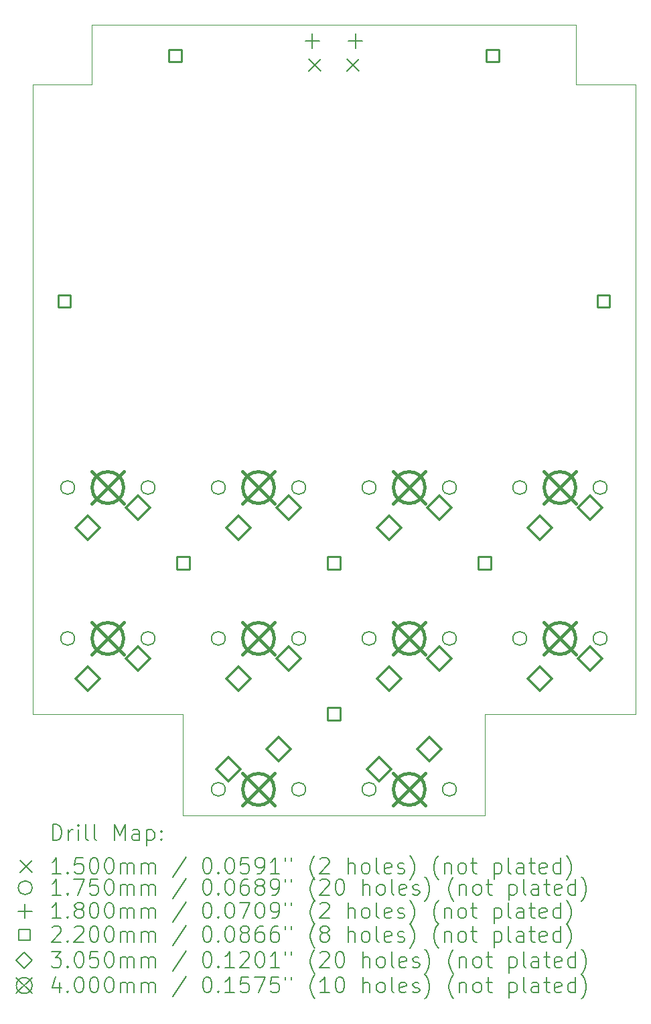
<source format=gbr>
%TF.GenerationSoftware,KiCad,Pcbnew,8.0.4*%
%TF.CreationDate,2024-09-06T01:45:49+10:00*%
%TF.ProjectId,PCB,5043422e-6b69-4636-9164-5f7063625858,rev?*%
%TF.SameCoordinates,Original*%
%TF.FileFunction,Drillmap*%
%TF.FilePolarity,Positive*%
%FSLAX45Y45*%
G04 Gerber Fmt 4.5, Leading zero omitted, Abs format (unit mm)*
G04 Created by KiCad (PCBNEW 8.0.4) date 2024-09-06 01:45:49*
%MOMM*%
%LPD*%
G01*
G04 APERTURE LIST*
%ADD10C,0.100000*%
%ADD11C,0.200000*%
%ADD12C,0.150000*%
%ADD13C,0.175000*%
%ADD14C,0.180000*%
%ADD15C,0.220000*%
%ADD16C,0.305000*%
%ADD17C,0.400000*%
G04 APERTURE END LIST*
D10*
X16839500Y-5131500D02*
X17589500Y-5131500D01*
X15689500Y-13081500D02*
X17589500Y-13081500D01*
X16839500Y-5131500D02*
X16839500Y-4381500D01*
X9969500Y-5131500D02*
X9969500Y-13081500D01*
X11869500Y-13081500D02*
X11869500Y-14361500D01*
X9969500Y-5131500D02*
X10719500Y-5131500D01*
X9969500Y-13081500D02*
X11869500Y-13081500D01*
X10719500Y-5131500D02*
X10719500Y-4381500D01*
X17589500Y-5131500D02*
X17589500Y-13081500D01*
X10719500Y-4381500D02*
X16839500Y-4381500D01*
X15689500Y-13081500D02*
X15689500Y-14361500D01*
X11869500Y-14361500D02*
X15689500Y-14361500D01*
D11*
D12*
X13461900Y-4813600D02*
X13611900Y-4963600D01*
X13611900Y-4813600D02*
X13461900Y-4963600D01*
X13946900Y-4813600D02*
X14096900Y-4963600D01*
X14096900Y-4813600D02*
X13946900Y-4963600D01*
D13*
X10501400Y-10224100D02*
G75*
G02*
X10326400Y-10224100I-87500J0D01*
G01*
X10326400Y-10224100D02*
G75*
G02*
X10501400Y-10224100I87500J0D01*
G01*
X10501400Y-12129100D02*
G75*
G02*
X10326400Y-12129100I-87500J0D01*
G01*
X10326400Y-12129100D02*
G75*
G02*
X10501400Y-12129100I87500J0D01*
G01*
X11517400Y-10224100D02*
G75*
G02*
X11342400Y-10224100I-87500J0D01*
G01*
X11342400Y-10224100D02*
G75*
G02*
X11517400Y-10224100I87500J0D01*
G01*
X11517400Y-12129100D02*
G75*
G02*
X11342400Y-12129100I-87500J0D01*
G01*
X11342400Y-12129100D02*
G75*
G02*
X11517400Y-12129100I87500J0D01*
G01*
X12406400Y-10224100D02*
G75*
G02*
X12231400Y-10224100I-87500J0D01*
G01*
X12231400Y-10224100D02*
G75*
G02*
X12406400Y-10224100I87500J0D01*
G01*
X12406400Y-12129100D02*
G75*
G02*
X12231400Y-12129100I-87500J0D01*
G01*
X12231400Y-12129100D02*
G75*
G02*
X12406400Y-12129100I87500J0D01*
G01*
X12406400Y-14034100D02*
G75*
G02*
X12231400Y-14034100I-87500J0D01*
G01*
X12231400Y-14034100D02*
G75*
G02*
X12406400Y-14034100I87500J0D01*
G01*
X13422400Y-10224100D02*
G75*
G02*
X13247400Y-10224100I-87500J0D01*
G01*
X13247400Y-10224100D02*
G75*
G02*
X13422400Y-10224100I87500J0D01*
G01*
X13422400Y-12129100D02*
G75*
G02*
X13247400Y-12129100I-87500J0D01*
G01*
X13247400Y-12129100D02*
G75*
G02*
X13422400Y-12129100I87500J0D01*
G01*
X13422400Y-14034100D02*
G75*
G02*
X13247400Y-14034100I-87500J0D01*
G01*
X13247400Y-14034100D02*
G75*
G02*
X13422400Y-14034100I87500J0D01*
G01*
X14311400Y-10224100D02*
G75*
G02*
X14136400Y-10224100I-87500J0D01*
G01*
X14136400Y-10224100D02*
G75*
G02*
X14311400Y-10224100I87500J0D01*
G01*
X14311400Y-12129100D02*
G75*
G02*
X14136400Y-12129100I-87500J0D01*
G01*
X14136400Y-12129100D02*
G75*
G02*
X14311400Y-12129100I87500J0D01*
G01*
X14311400Y-14034100D02*
G75*
G02*
X14136400Y-14034100I-87500J0D01*
G01*
X14136400Y-14034100D02*
G75*
G02*
X14311400Y-14034100I87500J0D01*
G01*
X15327400Y-10224100D02*
G75*
G02*
X15152400Y-10224100I-87500J0D01*
G01*
X15152400Y-10224100D02*
G75*
G02*
X15327400Y-10224100I87500J0D01*
G01*
X15327400Y-12129100D02*
G75*
G02*
X15152400Y-12129100I-87500J0D01*
G01*
X15152400Y-12129100D02*
G75*
G02*
X15327400Y-12129100I87500J0D01*
G01*
X15327400Y-14034100D02*
G75*
G02*
X15152400Y-14034100I-87500J0D01*
G01*
X15152400Y-14034100D02*
G75*
G02*
X15327400Y-14034100I87500J0D01*
G01*
X16216400Y-10224100D02*
G75*
G02*
X16041400Y-10224100I-87500J0D01*
G01*
X16041400Y-10224100D02*
G75*
G02*
X16216400Y-10224100I87500J0D01*
G01*
X16216400Y-12129100D02*
G75*
G02*
X16041400Y-12129100I-87500J0D01*
G01*
X16041400Y-12129100D02*
G75*
G02*
X16216400Y-12129100I87500J0D01*
G01*
X17232400Y-10224100D02*
G75*
G02*
X17057400Y-10224100I-87500J0D01*
G01*
X17057400Y-10224100D02*
G75*
G02*
X17232400Y-10224100I87500J0D01*
G01*
X17232400Y-12129100D02*
G75*
G02*
X17057400Y-12129100I-87500J0D01*
G01*
X17057400Y-12129100D02*
G75*
G02*
X17232400Y-12129100I87500J0D01*
G01*
D14*
X13506900Y-4495600D02*
X13506900Y-4675600D01*
X13416900Y-4585600D02*
X13596900Y-4585600D01*
X14051900Y-4495600D02*
X14051900Y-4675600D01*
X13961900Y-4585600D02*
X14141900Y-4585600D01*
D15*
X10447283Y-7949282D02*
X10447283Y-7793717D01*
X10291718Y-7793717D01*
X10291718Y-7949282D01*
X10447283Y-7949282D01*
X11849782Y-4846383D02*
X11849782Y-4690818D01*
X11694217Y-4690818D01*
X11694217Y-4846383D01*
X11849782Y-4846383D01*
X11952282Y-11254282D02*
X11952282Y-11098718D01*
X11796717Y-11098718D01*
X11796717Y-11254282D01*
X11952282Y-11254282D01*
X13857282Y-11254282D02*
X13857282Y-11098718D01*
X13701717Y-11098718D01*
X13701717Y-11254282D01*
X13857282Y-11254282D01*
X13857282Y-13159282D02*
X13857282Y-13003717D01*
X13701717Y-13003717D01*
X13701717Y-13159282D01*
X13857282Y-13159282D01*
X15762282Y-11254282D02*
X15762282Y-11098718D01*
X15606717Y-11098718D01*
X15606717Y-11254282D01*
X15762282Y-11254282D01*
X15864982Y-4846383D02*
X15864982Y-4690818D01*
X15709417Y-4690818D01*
X15709417Y-4846383D01*
X15864982Y-4846383D01*
X17267283Y-7949282D02*
X17267283Y-7793717D01*
X17111718Y-7793717D01*
X17111718Y-7949282D01*
X17267283Y-7949282D01*
D16*
X10667900Y-10884600D02*
X10820400Y-10732100D01*
X10667900Y-10579600D01*
X10515400Y-10732100D01*
X10667900Y-10884600D01*
X10667900Y-12789600D02*
X10820400Y-12637100D01*
X10667900Y-12484600D01*
X10515400Y-12637100D01*
X10667900Y-12789600D01*
X11302900Y-10630600D02*
X11455400Y-10478100D01*
X11302900Y-10325600D01*
X11150400Y-10478100D01*
X11302900Y-10630600D01*
X11302900Y-12535600D02*
X11455400Y-12383100D01*
X11302900Y-12230600D01*
X11150400Y-12383100D01*
X11302900Y-12535600D01*
X12445900Y-13932600D02*
X12598400Y-13780100D01*
X12445900Y-13627600D01*
X12293400Y-13780100D01*
X12445900Y-13932600D01*
X12572900Y-10884600D02*
X12725400Y-10732100D01*
X12572900Y-10579600D01*
X12420400Y-10732100D01*
X12572900Y-10884600D01*
X12572900Y-12789600D02*
X12725400Y-12637100D01*
X12572900Y-12484600D01*
X12420400Y-12637100D01*
X12572900Y-12789600D01*
X13080900Y-13678600D02*
X13233400Y-13526100D01*
X13080900Y-13373600D01*
X12928400Y-13526100D01*
X13080900Y-13678600D01*
X13207900Y-10630600D02*
X13360400Y-10478100D01*
X13207900Y-10325600D01*
X13055400Y-10478100D01*
X13207900Y-10630600D01*
X13207900Y-12535600D02*
X13360400Y-12383100D01*
X13207900Y-12230600D01*
X13055400Y-12383100D01*
X13207900Y-12535600D01*
X14350900Y-13932600D02*
X14503400Y-13780100D01*
X14350900Y-13627600D01*
X14198400Y-13780100D01*
X14350900Y-13932600D01*
X14477900Y-10884600D02*
X14630400Y-10732100D01*
X14477900Y-10579600D01*
X14325400Y-10732100D01*
X14477900Y-10884600D01*
X14477900Y-12789600D02*
X14630400Y-12637100D01*
X14477900Y-12484600D01*
X14325400Y-12637100D01*
X14477900Y-12789600D01*
X14985900Y-13678600D02*
X15138400Y-13526100D01*
X14985900Y-13373600D01*
X14833400Y-13526100D01*
X14985900Y-13678600D01*
X15112900Y-10630600D02*
X15265400Y-10478100D01*
X15112900Y-10325600D01*
X14960400Y-10478100D01*
X15112900Y-10630600D01*
X15112900Y-12535600D02*
X15265400Y-12383100D01*
X15112900Y-12230600D01*
X14960400Y-12383100D01*
X15112900Y-12535600D01*
X16382900Y-10884600D02*
X16535400Y-10732100D01*
X16382900Y-10579600D01*
X16230400Y-10732100D01*
X16382900Y-10884600D01*
X16382900Y-12789600D02*
X16535400Y-12637100D01*
X16382900Y-12484600D01*
X16230400Y-12637100D01*
X16382900Y-12789600D01*
X17017900Y-10630600D02*
X17170400Y-10478100D01*
X17017900Y-10325600D01*
X16865400Y-10478100D01*
X17017900Y-10630600D01*
X17017900Y-12535600D02*
X17170400Y-12383100D01*
X17017900Y-12230600D01*
X16865400Y-12383100D01*
X17017900Y-12535600D01*
D17*
X10721900Y-10024100D02*
X11121900Y-10424100D01*
X11121900Y-10024100D02*
X10721900Y-10424100D01*
X11121900Y-10224100D02*
G75*
G02*
X10721900Y-10224100I-200000J0D01*
G01*
X10721900Y-10224100D02*
G75*
G02*
X11121900Y-10224100I200000J0D01*
G01*
X10721900Y-11929100D02*
X11121900Y-12329100D01*
X11121900Y-11929100D02*
X10721900Y-12329100D01*
X11121900Y-12129100D02*
G75*
G02*
X10721900Y-12129100I-200000J0D01*
G01*
X10721900Y-12129100D02*
G75*
G02*
X11121900Y-12129100I200000J0D01*
G01*
X12626900Y-10024100D02*
X13026900Y-10424100D01*
X13026900Y-10024100D02*
X12626900Y-10424100D01*
X13026900Y-10224100D02*
G75*
G02*
X12626900Y-10224100I-200000J0D01*
G01*
X12626900Y-10224100D02*
G75*
G02*
X13026900Y-10224100I200000J0D01*
G01*
X12626900Y-11929100D02*
X13026900Y-12329100D01*
X13026900Y-11929100D02*
X12626900Y-12329100D01*
X13026900Y-12129100D02*
G75*
G02*
X12626900Y-12129100I-200000J0D01*
G01*
X12626900Y-12129100D02*
G75*
G02*
X13026900Y-12129100I200000J0D01*
G01*
X12626900Y-13834100D02*
X13026900Y-14234100D01*
X13026900Y-13834100D02*
X12626900Y-14234100D01*
X13026900Y-14034100D02*
G75*
G02*
X12626900Y-14034100I-200000J0D01*
G01*
X12626900Y-14034100D02*
G75*
G02*
X13026900Y-14034100I200000J0D01*
G01*
X14531900Y-10024100D02*
X14931900Y-10424100D01*
X14931900Y-10024100D02*
X14531900Y-10424100D01*
X14931900Y-10224100D02*
G75*
G02*
X14531900Y-10224100I-200000J0D01*
G01*
X14531900Y-10224100D02*
G75*
G02*
X14931900Y-10224100I200000J0D01*
G01*
X14531900Y-11929100D02*
X14931900Y-12329100D01*
X14931900Y-11929100D02*
X14531900Y-12329100D01*
X14931900Y-12129100D02*
G75*
G02*
X14531900Y-12129100I-200000J0D01*
G01*
X14531900Y-12129100D02*
G75*
G02*
X14931900Y-12129100I200000J0D01*
G01*
X14531900Y-13834100D02*
X14931900Y-14234100D01*
X14931900Y-13834100D02*
X14531900Y-14234100D01*
X14931900Y-14034100D02*
G75*
G02*
X14531900Y-14034100I-200000J0D01*
G01*
X14531900Y-14034100D02*
G75*
G02*
X14931900Y-14034100I200000J0D01*
G01*
X16436900Y-10024100D02*
X16836900Y-10424100D01*
X16836900Y-10024100D02*
X16436900Y-10424100D01*
X16836900Y-10224100D02*
G75*
G02*
X16436900Y-10224100I-200000J0D01*
G01*
X16436900Y-10224100D02*
G75*
G02*
X16836900Y-10224100I200000J0D01*
G01*
X16436900Y-11929100D02*
X16836900Y-12329100D01*
X16836900Y-11929100D02*
X16436900Y-12329100D01*
X16836900Y-12129100D02*
G75*
G02*
X16436900Y-12129100I-200000J0D01*
G01*
X16436900Y-12129100D02*
G75*
G02*
X16836900Y-12129100I200000J0D01*
G01*
D11*
X10225277Y-14677984D02*
X10225277Y-14477984D01*
X10225277Y-14477984D02*
X10272896Y-14477984D01*
X10272896Y-14477984D02*
X10301467Y-14487508D01*
X10301467Y-14487508D02*
X10320515Y-14506555D01*
X10320515Y-14506555D02*
X10330039Y-14525603D01*
X10330039Y-14525603D02*
X10339563Y-14563698D01*
X10339563Y-14563698D02*
X10339563Y-14592269D01*
X10339563Y-14592269D02*
X10330039Y-14630365D01*
X10330039Y-14630365D02*
X10320515Y-14649412D01*
X10320515Y-14649412D02*
X10301467Y-14668460D01*
X10301467Y-14668460D02*
X10272896Y-14677984D01*
X10272896Y-14677984D02*
X10225277Y-14677984D01*
X10425277Y-14677984D02*
X10425277Y-14544650D01*
X10425277Y-14582746D02*
X10434801Y-14563698D01*
X10434801Y-14563698D02*
X10444324Y-14554174D01*
X10444324Y-14554174D02*
X10463372Y-14544650D01*
X10463372Y-14544650D02*
X10482420Y-14544650D01*
X10549086Y-14677984D02*
X10549086Y-14544650D01*
X10549086Y-14477984D02*
X10539563Y-14487508D01*
X10539563Y-14487508D02*
X10549086Y-14497031D01*
X10549086Y-14497031D02*
X10558610Y-14487508D01*
X10558610Y-14487508D02*
X10549086Y-14477984D01*
X10549086Y-14477984D02*
X10549086Y-14497031D01*
X10672896Y-14677984D02*
X10653848Y-14668460D01*
X10653848Y-14668460D02*
X10644324Y-14649412D01*
X10644324Y-14649412D02*
X10644324Y-14477984D01*
X10777658Y-14677984D02*
X10758610Y-14668460D01*
X10758610Y-14668460D02*
X10749086Y-14649412D01*
X10749086Y-14649412D02*
X10749086Y-14477984D01*
X11006229Y-14677984D02*
X11006229Y-14477984D01*
X11006229Y-14477984D02*
X11072896Y-14620841D01*
X11072896Y-14620841D02*
X11139563Y-14477984D01*
X11139563Y-14477984D02*
X11139563Y-14677984D01*
X11320515Y-14677984D02*
X11320515Y-14573222D01*
X11320515Y-14573222D02*
X11310991Y-14554174D01*
X11310991Y-14554174D02*
X11291943Y-14544650D01*
X11291943Y-14544650D02*
X11253848Y-14544650D01*
X11253848Y-14544650D02*
X11234801Y-14554174D01*
X11320515Y-14668460D02*
X11301467Y-14677984D01*
X11301467Y-14677984D02*
X11253848Y-14677984D01*
X11253848Y-14677984D02*
X11234801Y-14668460D01*
X11234801Y-14668460D02*
X11225277Y-14649412D01*
X11225277Y-14649412D02*
X11225277Y-14630365D01*
X11225277Y-14630365D02*
X11234801Y-14611317D01*
X11234801Y-14611317D02*
X11253848Y-14601793D01*
X11253848Y-14601793D02*
X11301467Y-14601793D01*
X11301467Y-14601793D02*
X11320515Y-14592269D01*
X11415753Y-14544650D02*
X11415753Y-14744650D01*
X11415753Y-14554174D02*
X11434801Y-14544650D01*
X11434801Y-14544650D02*
X11472896Y-14544650D01*
X11472896Y-14544650D02*
X11491943Y-14554174D01*
X11491943Y-14554174D02*
X11501467Y-14563698D01*
X11501467Y-14563698D02*
X11510991Y-14582746D01*
X11510991Y-14582746D02*
X11510991Y-14639888D01*
X11510991Y-14639888D02*
X11501467Y-14658936D01*
X11501467Y-14658936D02*
X11491943Y-14668460D01*
X11491943Y-14668460D02*
X11472896Y-14677984D01*
X11472896Y-14677984D02*
X11434801Y-14677984D01*
X11434801Y-14677984D02*
X11415753Y-14668460D01*
X11596705Y-14658936D02*
X11606229Y-14668460D01*
X11606229Y-14668460D02*
X11596705Y-14677984D01*
X11596705Y-14677984D02*
X11587182Y-14668460D01*
X11587182Y-14668460D02*
X11596705Y-14658936D01*
X11596705Y-14658936D02*
X11596705Y-14677984D01*
X11596705Y-14554174D02*
X11606229Y-14563698D01*
X11606229Y-14563698D02*
X11596705Y-14573222D01*
X11596705Y-14573222D02*
X11587182Y-14563698D01*
X11587182Y-14563698D02*
X11596705Y-14554174D01*
X11596705Y-14554174D02*
X11596705Y-14573222D01*
D12*
X9814500Y-14931500D02*
X9964500Y-15081500D01*
X9964500Y-14931500D02*
X9814500Y-15081500D01*
D11*
X10330039Y-15097984D02*
X10215753Y-15097984D01*
X10272896Y-15097984D02*
X10272896Y-14897984D01*
X10272896Y-14897984D02*
X10253848Y-14926555D01*
X10253848Y-14926555D02*
X10234801Y-14945603D01*
X10234801Y-14945603D02*
X10215753Y-14955127D01*
X10415753Y-15078936D02*
X10425277Y-15088460D01*
X10425277Y-15088460D02*
X10415753Y-15097984D01*
X10415753Y-15097984D02*
X10406229Y-15088460D01*
X10406229Y-15088460D02*
X10415753Y-15078936D01*
X10415753Y-15078936D02*
X10415753Y-15097984D01*
X10606229Y-14897984D02*
X10510991Y-14897984D01*
X10510991Y-14897984D02*
X10501467Y-14993222D01*
X10501467Y-14993222D02*
X10510991Y-14983698D01*
X10510991Y-14983698D02*
X10530039Y-14974174D01*
X10530039Y-14974174D02*
X10577658Y-14974174D01*
X10577658Y-14974174D02*
X10596705Y-14983698D01*
X10596705Y-14983698D02*
X10606229Y-14993222D01*
X10606229Y-14993222D02*
X10615753Y-15012269D01*
X10615753Y-15012269D02*
X10615753Y-15059888D01*
X10615753Y-15059888D02*
X10606229Y-15078936D01*
X10606229Y-15078936D02*
X10596705Y-15088460D01*
X10596705Y-15088460D02*
X10577658Y-15097984D01*
X10577658Y-15097984D02*
X10530039Y-15097984D01*
X10530039Y-15097984D02*
X10510991Y-15088460D01*
X10510991Y-15088460D02*
X10501467Y-15078936D01*
X10739563Y-14897984D02*
X10758610Y-14897984D01*
X10758610Y-14897984D02*
X10777658Y-14907508D01*
X10777658Y-14907508D02*
X10787182Y-14917031D01*
X10787182Y-14917031D02*
X10796705Y-14936079D01*
X10796705Y-14936079D02*
X10806229Y-14974174D01*
X10806229Y-14974174D02*
X10806229Y-15021793D01*
X10806229Y-15021793D02*
X10796705Y-15059888D01*
X10796705Y-15059888D02*
X10787182Y-15078936D01*
X10787182Y-15078936D02*
X10777658Y-15088460D01*
X10777658Y-15088460D02*
X10758610Y-15097984D01*
X10758610Y-15097984D02*
X10739563Y-15097984D01*
X10739563Y-15097984D02*
X10720515Y-15088460D01*
X10720515Y-15088460D02*
X10710991Y-15078936D01*
X10710991Y-15078936D02*
X10701467Y-15059888D01*
X10701467Y-15059888D02*
X10691944Y-15021793D01*
X10691944Y-15021793D02*
X10691944Y-14974174D01*
X10691944Y-14974174D02*
X10701467Y-14936079D01*
X10701467Y-14936079D02*
X10710991Y-14917031D01*
X10710991Y-14917031D02*
X10720515Y-14907508D01*
X10720515Y-14907508D02*
X10739563Y-14897984D01*
X10930039Y-14897984D02*
X10949086Y-14897984D01*
X10949086Y-14897984D02*
X10968134Y-14907508D01*
X10968134Y-14907508D02*
X10977658Y-14917031D01*
X10977658Y-14917031D02*
X10987182Y-14936079D01*
X10987182Y-14936079D02*
X10996705Y-14974174D01*
X10996705Y-14974174D02*
X10996705Y-15021793D01*
X10996705Y-15021793D02*
X10987182Y-15059888D01*
X10987182Y-15059888D02*
X10977658Y-15078936D01*
X10977658Y-15078936D02*
X10968134Y-15088460D01*
X10968134Y-15088460D02*
X10949086Y-15097984D01*
X10949086Y-15097984D02*
X10930039Y-15097984D01*
X10930039Y-15097984D02*
X10910991Y-15088460D01*
X10910991Y-15088460D02*
X10901467Y-15078936D01*
X10901467Y-15078936D02*
X10891944Y-15059888D01*
X10891944Y-15059888D02*
X10882420Y-15021793D01*
X10882420Y-15021793D02*
X10882420Y-14974174D01*
X10882420Y-14974174D02*
X10891944Y-14936079D01*
X10891944Y-14936079D02*
X10901467Y-14917031D01*
X10901467Y-14917031D02*
X10910991Y-14907508D01*
X10910991Y-14907508D02*
X10930039Y-14897984D01*
X11082420Y-15097984D02*
X11082420Y-14964650D01*
X11082420Y-14983698D02*
X11091944Y-14974174D01*
X11091944Y-14974174D02*
X11110991Y-14964650D01*
X11110991Y-14964650D02*
X11139563Y-14964650D01*
X11139563Y-14964650D02*
X11158610Y-14974174D01*
X11158610Y-14974174D02*
X11168134Y-14993222D01*
X11168134Y-14993222D02*
X11168134Y-15097984D01*
X11168134Y-14993222D02*
X11177658Y-14974174D01*
X11177658Y-14974174D02*
X11196705Y-14964650D01*
X11196705Y-14964650D02*
X11225277Y-14964650D01*
X11225277Y-14964650D02*
X11244324Y-14974174D01*
X11244324Y-14974174D02*
X11253848Y-14993222D01*
X11253848Y-14993222D02*
X11253848Y-15097984D01*
X11349086Y-15097984D02*
X11349086Y-14964650D01*
X11349086Y-14983698D02*
X11358610Y-14974174D01*
X11358610Y-14974174D02*
X11377658Y-14964650D01*
X11377658Y-14964650D02*
X11406229Y-14964650D01*
X11406229Y-14964650D02*
X11425277Y-14974174D01*
X11425277Y-14974174D02*
X11434801Y-14993222D01*
X11434801Y-14993222D02*
X11434801Y-15097984D01*
X11434801Y-14993222D02*
X11444324Y-14974174D01*
X11444324Y-14974174D02*
X11463372Y-14964650D01*
X11463372Y-14964650D02*
X11491943Y-14964650D01*
X11491943Y-14964650D02*
X11510991Y-14974174D01*
X11510991Y-14974174D02*
X11520515Y-14993222D01*
X11520515Y-14993222D02*
X11520515Y-15097984D01*
X11910991Y-14888460D02*
X11739563Y-15145603D01*
X12168134Y-14897984D02*
X12187182Y-14897984D01*
X12187182Y-14897984D02*
X12206229Y-14907508D01*
X12206229Y-14907508D02*
X12215753Y-14917031D01*
X12215753Y-14917031D02*
X12225277Y-14936079D01*
X12225277Y-14936079D02*
X12234801Y-14974174D01*
X12234801Y-14974174D02*
X12234801Y-15021793D01*
X12234801Y-15021793D02*
X12225277Y-15059888D01*
X12225277Y-15059888D02*
X12215753Y-15078936D01*
X12215753Y-15078936D02*
X12206229Y-15088460D01*
X12206229Y-15088460D02*
X12187182Y-15097984D01*
X12187182Y-15097984D02*
X12168134Y-15097984D01*
X12168134Y-15097984D02*
X12149086Y-15088460D01*
X12149086Y-15088460D02*
X12139563Y-15078936D01*
X12139563Y-15078936D02*
X12130039Y-15059888D01*
X12130039Y-15059888D02*
X12120515Y-15021793D01*
X12120515Y-15021793D02*
X12120515Y-14974174D01*
X12120515Y-14974174D02*
X12130039Y-14936079D01*
X12130039Y-14936079D02*
X12139563Y-14917031D01*
X12139563Y-14917031D02*
X12149086Y-14907508D01*
X12149086Y-14907508D02*
X12168134Y-14897984D01*
X12320515Y-15078936D02*
X12330039Y-15088460D01*
X12330039Y-15088460D02*
X12320515Y-15097984D01*
X12320515Y-15097984D02*
X12310991Y-15088460D01*
X12310991Y-15088460D02*
X12320515Y-15078936D01*
X12320515Y-15078936D02*
X12320515Y-15097984D01*
X12453848Y-14897984D02*
X12472896Y-14897984D01*
X12472896Y-14897984D02*
X12491944Y-14907508D01*
X12491944Y-14907508D02*
X12501467Y-14917031D01*
X12501467Y-14917031D02*
X12510991Y-14936079D01*
X12510991Y-14936079D02*
X12520515Y-14974174D01*
X12520515Y-14974174D02*
X12520515Y-15021793D01*
X12520515Y-15021793D02*
X12510991Y-15059888D01*
X12510991Y-15059888D02*
X12501467Y-15078936D01*
X12501467Y-15078936D02*
X12491944Y-15088460D01*
X12491944Y-15088460D02*
X12472896Y-15097984D01*
X12472896Y-15097984D02*
X12453848Y-15097984D01*
X12453848Y-15097984D02*
X12434801Y-15088460D01*
X12434801Y-15088460D02*
X12425277Y-15078936D01*
X12425277Y-15078936D02*
X12415753Y-15059888D01*
X12415753Y-15059888D02*
X12406229Y-15021793D01*
X12406229Y-15021793D02*
X12406229Y-14974174D01*
X12406229Y-14974174D02*
X12415753Y-14936079D01*
X12415753Y-14936079D02*
X12425277Y-14917031D01*
X12425277Y-14917031D02*
X12434801Y-14907508D01*
X12434801Y-14907508D02*
X12453848Y-14897984D01*
X12701467Y-14897984D02*
X12606229Y-14897984D01*
X12606229Y-14897984D02*
X12596706Y-14993222D01*
X12596706Y-14993222D02*
X12606229Y-14983698D01*
X12606229Y-14983698D02*
X12625277Y-14974174D01*
X12625277Y-14974174D02*
X12672896Y-14974174D01*
X12672896Y-14974174D02*
X12691944Y-14983698D01*
X12691944Y-14983698D02*
X12701467Y-14993222D01*
X12701467Y-14993222D02*
X12710991Y-15012269D01*
X12710991Y-15012269D02*
X12710991Y-15059888D01*
X12710991Y-15059888D02*
X12701467Y-15078936D01*
X12701467Y-15078936D02*
X12691944Y-15088460D01*
X12691944Y-15088460D02*
X12672896Y-15097984D01*
X12672896Y-15097984D02*
X12625277Y-15097984D01*
X12625277Y-15097984D02*
X12606229Y-15088460D01*
X12606229Y-15088460D02*
X12596706Y-15078936D01*
X12806229Y-15097984D02*
X12844325Y-15097984D01*
X12844325Y-15097984D02*
X12863372Y-15088460D01*
X12863372Y-15088460D02*
X12872896Y-15078936D01*
X12872896Y-15078936D02*
X12891944Y-15050365D01*
X12891944Y-15050365D02*
X12901467Y-15012269D01*
X12901467Y-15012269D02*
X12901467Y-14936079D01*
X12901467Y-14936079D02*
X12891944Y-14917031D01*
X12891944Y-14917031D02*
X12882420Y-14907508D01*
X12882420Y-14907508D02*
X12863372Y-14897984D01*
X12863372Y-14897984D02*
X12825277Y-14897984D01*
X12825277Y-14897984D02*
X12806229Y-14907508D01*
X12806229Y-14907508D02*
X12796706Y-14917031D01*
X12796706Y-14917031D02*
X12787182Y-14936079D01*
X12787182Y-14936079D02*
X12787182Y-14983698D01*
X12787182Y-14983698D02*
X12796706Y-15002746D01*
X12796706Y-15002746D02*
X12806229Y-15012269D01*
X12806229Y-15012269D02*
X12825277Y-15021793D01*
X12825277Y-15021793D02*
X12863372Y-15021793D01*
X12863372Y-15021793D02*
X12882420Y-15012269D01*
X12882420Y-15012269D02*
X12891944Y-15002746D01*
X12891944Y-15002746D02*
X12901467Y-14983698D01*
X13091944Y-15097984D02*
X12977658Y-15097984D01*
X13034801Y-15097984D02*
X13034801Y-14897984D01*
X13034801Y-14897984D02*
X13015753Y-14926555D01*
X13015753Y-14926555D02*
X12996706Y-14945603D01*
X12996706Y-14945603D02*
X12977658Y-14955127D01*
X13168134Y-14897984D02*
X13168134Y-14936079D01*
X13244325Y-14897984D02*
X13244325Y-14936079D01*
X13539563Y-15174174D02*
X13530039Y-15164650D01*
X13530039Y-15164650D02*
X13510991Y-15136079D01*
X13510991Y-15136079D02*
X13501468Y-15117031D01*
X13501468Y-15117031D02*
X13491944Y-15088460D01*
X13491944Y-15088460D02*
X13482420Y-15040841D01*
X13482420Y-15040841D02*
X13482420Y-15002746D01*
X13482420Y-15002746D02*
X13491944Y-14955127D01*
X13491944Y-14955127D02*
X13501468Y-14926555D01*
X13501468Y-14926555D02*
X13510991Y-14907508D01*
X13510991Y-14907508D02*
X13530039Y-14878936D01*
X13530039Y-14878936D02*
X13539563Y-14869412D01*
X13606229Y-14917031D02*
X13615753Y-14907508D01*
X13615753Y-14907508D02*
X13634801Y-14897984D01*
X13634801Y-14897984D02*
X13682420Y-14897984D01*
X13682420Y-14897984D02*
X13701468Y-14907508D01*
X13701468Y-14907508D02*
X13710991Y-14917031D01*
X13710991Y-14917031D02*
X13720515Y-14936079D01*
X13720515Y-14936079D02*
X13720515Y-14955127D01*
X13720515Y-14955127D02*
X13710991Y-14983698D01*
X13710991Y-14983698D02*
X13596706Y-15097984D01*
X13596706Y-15097984D02*
X13720515Y-15097984D01*
X13958610Y-15097984D02*
X13958610Y-14897984D01*
X14044325Y-15097984D02*
X14044325Y-14993222D01*
X14044325Y-14993222D02*
X14034801Y-14974174D01*
X14034801Y-14974174D02*
X14015753Y-14964650D01*
X14015753Y-14964650D02*
X13987182Y-14964650D01*
X13987182Y-14964650D02*
X13968134Y-14974174D01*
X13968134Y-14974174D02*
X13958610Y-14983698D01*
X14168134Y-15097984D02*
X14149087Y-15088460D01*
X14149087Y-15088460D02*
X14139563Y-15078936D01*
X14139563Y-15078936D02*
X14130039Y-15059888D01*
X14130039Y-15059888D02*
X14130039Y-15002746D01*
X14130039Y-15002746D02*
X14139563Y-14983698D01*
X14139563Y-14983698D02*
X14149087Y-14974174D01*
X14149087Y-14974174D02*
X14168134Y-14964650D01*
X14168134Y-14964650D02*
X14196706Y-14964650D01*
X14196706Y-14964650D02*
X14215753Y-14974174D01*
X14215753Y-14974174D02*
X14225277Y-14983698D01*
X14225277Y-14983698D02*
X14234801Y-15002746D01*
X14234801Y-15002746D02*
X14234801Y-15059888D01*
X14234801Y-15059888D02*
X14225277Y-15078936D01*
X14225277Y-15078936D02*
X14215753Y-15088460D01*
X14215753Y-15088460D02*
X14196706Y-15097984D01*
X14196706Y-15097984D02*
X14168134Y-15097984D01*
X14349087Y-15097984D02*
X14330039Y-15088460D01*
X14330039Y-15088460D02*
X14320515Y-15069412D01*
X14320515Y-15069412D02*
X14320515Y-14897984D01*
X14501468Y-15088460D02*
X14482420Y-15097984D01*
X14482420Y-15097984D02*
X14444325Y-15097984D01*
X14444325Y-15097984D02*
X14425277Y-15088460D01*
X14425277Y-15088460D02*
X14415753Y-15069412D01*
X14415753Y-15069412D02*
X14415753Y-14993222D01*
X14415753Y-14993222D02*
X14425277Y-14974174D01*
X14425277Y-14974174D02*
X14444325Y-14964650D01*
X14444325Y-14964650D02*
X14482420Y-14964650D01*
X14482420Y-14964650D02*
X14501468Y-14974174D01*
X14501468Y-14974174D02*
X14510991Y-14993222D01*
X14510991Y-14993222D02*
X14510991Y-15012269D01*
X14510991Y-15012269D02*
X14415753Y-15031317D01*
X14587182Y-15088460D02*
X14606230Y-15097984D01*
X14606230Y-15097984D02*
X14644325Y-15097984D01*
X14644325Y-15097984D02*
X14663372Y-15088460D01*
X14663372Y-15088460D02*
X14672896Y-15069412D01*
X14672896Y-15069412D02*
X14672896Y-15059888D01*
X14672896Y-15059888D02*
X14663372Y-15040841D01*
X14663372Y-15040841D02*
X14644325Y-15031317D01*
X14644325Y-15031317D02*
X14615753Y-15031317D01*
X14615753Y-15031317D02*
X14596706Y-15021793D01*
X14596706Y-15021793D02*
X14587182Y-15002746D01*
X14587182Y-15002746D02*
X14587182Y-14993222D01*
X14587182Y-14993222D02*
X14596706Y-14974174D01*
X14596706Y-14974174D02*
X14615753Y-14964650D01*
X14615753Y-14964650D02*
X14644325Y-14964650D01*
X14644325Y-14964650D02*
X14663372Y-14974174D01*
X14739563Y-15174174D02*
X14749087Y-15164650D01*
X14749087Y-15164650D02*
X14768134Y-15136079D01*
X14768134Y-15136079D02*
X14777658Y-15117031D01*
X14777658Y-15117031D02*
X14787182Y-15088460D01*
X14787182Y-15088460D02*
X14796706Y-15040841D01*
X14796706Y-15040841D02*
X14796706Y-15002746D01*
X14796706Y-15002746D02*
X14787182Y-14955127D01*
X14787182Y-14955127D02*
X14777658Y-14926555D01*
X14777658Y-14926555D02*
X14768134Y-14907508D01*
X14768134Y-14907508D02*
X14749087Y-14878936D01*
X14749087Y-14878936D02*
X14739563Y-14869412D01*
X15101468Y-15174174D02*
X15091944Y-15164650D01*
X15091944Y-15164650D02*
X15072896Y-15136079D01*
X15072896Y-15136079D02*
X15063372Y-15117031D01*
X15063372Y-15117031D02*
X15053849Y-15088460D01*
X15053849Y-15088460D02*
X15044325Y-15040841D01*
X15044325Y-15040841D02*
X15044325Y-15002746D01*
X15044325Y-15002746D02*
X15053849Y-14955127D01*
X15053849Y-14955127D02*
X15063372Y-14926555D01*
X15063372Y-14926555D02*
X15072896Y-14907508D01*
X15072896Y-14907508D02*
X15091944Y-14878936D01*
X15091944Y-14878936D02*
X15101468Y-14869412D01*
X15177658Y-14964650D02*
X15177658Y-15097984D01*
X15177658Y-14983698D02*
X15187182Y-14974174D01*
X15187182Y-14974174D02*
X15206230Y-14964650D01*
X15206230Y-14964650D02*
X15234801Y-14964650D01*
X15234801Y-14964650D02*
X15253849Y-14974174D01*
X15253849Y-14974174D02*
X15263372Y-14993222D01*
X15263372Y-14993222D02*
X15263372Y-15097984D01*
X15387182Y-15097984D02*
X15368134Y-15088460D01*
X15368134Y-15088460D02*
X15358611Y-15078936D01*
X15358611Y-15078936D02*
X15349087Y-15059888D01*
X15349087Y-15059888D02*
X15349087Y-15002746D01*
X15349087Y-15002746D02*
X15358611Y-14983698D01*
X15358611Y-14983698D02*
X15368134Y-14974174D01*
X15368134Y-14974174D02*
X15387182Y-14964650D01*
X15387182Y-14964650D02*
X15415753Y-14964650D01*
X15415753Y-14964650D02*
X15434801Y-14974174D01*
X15434801Y-14974174D02*
X15444325Y-14983698D01*
X15444325Y-14983698D02*
X15453849Y-15002746D01*
X15453849Y-15002746D02*
X15453849Y-15059888D01*
X15453849Y-15059888D02*
X15444325Y-15078936D01*
X15444325Y-15078936D02*
X15434801Y-15088460D01*
X15434801Y-15088460D02*
X15415753Y-15097984D01*
X15415753Y-15097984D02*
X15387182Y-15097984D01*
X15510992Y-14964650D02*
X15587182Y-14964650D01*
X15539563Y-14897984D02*
X15539563Y-15069412D01*
X15539563Y-15069412D02*
X15549087Y-15088460D01*
X15549087Y-15088460D02*
X15568134Y-15097984D01*
X15568134Y-15097984D02*
X15587182Y-15097984D01*
X15806230Y-14964650D02*
X15806230Y-15164650D01*
X15806230Y-14974174D02*
X15825277Y-14964650D01*
X15825277Y-14964650D02*
X15863373Y-14964650D01*
X15863373Y-14964650D02*
X15882420Y-14974174D01*
X15882420Y-14974174D02*
X15891944Y-14983698D01*
X15891944Y-14983698D02*
X15901468Y-15002746D01*
X15901468Y-15002746D02*
X15901468Y-15059888D01*
X15901468Y-15059888D02*
X15891944Y-15078936D01*
X15891944Y-15078936D02*
X15882420Y-15088460D01*
X15882420Y-15088460D02*
X15863373Y-15097984D01*
X15863373Y-15097984D02*
X15825277Y-15097984D01*
X15825277Y-15097984D02*
X15806230Y-15088460D01*
X16015753Y-15097984D02*
X15996706Y-15088460D01*
X15996706Y-15088460D02*
X15987182Y-15069412D01*
X15987182Y-15069412D02*
X15987182Y-14897984D01*
X16177658Y-15097984D02*
X16177658Y-14993222D01*
X16177658Y-14993222D02*
X16168134Y-14974174D01*
X16168134Y-14974174D02*
X16149087Y-14964650D01*
X16149087Y-14964650D02*
X16110992Y-14964650D01*
X16110992Y-14964650D02*
X16091944Y-14974174D01*
X16177658Y-15088460D02*
X16158611Y-15097984D01*
X16158611Y-15097984D02*
X16110992Y-15097984D01*
X16110992Y-15097984D02*
X16091944Y-15088460D01*
X16091944Y-15088460D02*
X16082420Y-15069412D01*
X16082420Y-15069412D02*
X16082420Y-15050365D01*
X16082420Y-15050365D02*
X16091944Y-15031317D01*
X16091944Y-15031317D02*
X16110992Y-15021793D01*
X16110992Y-15021793D02*
X16158611Y-15021793D01*
X16158611Y-15021793D02*
X16177658Y-15012269D01*
X16244325Y-14964650D02*
X16320515Y-14964650D01*
X16272896Y-14897984D02*
X16272896Y-15069412D01*
X16272896Y-15069412D02*
X16282420Y-15088460D01*
X16282420Y-15088460D02*
X16301468Y-15097984D01*
X16301468Y-15097984D02*
X16320515Y-15097984D01*
X16463373Y-15088460D02*
X16444325Y-15097984D01*
X16444325Y-15097984D02*
X16406230Y-15097984D01*
X16406230Y-15097984D02*
X16387182Y-15088460D01*
X16387182Y-15088460D02*
X16377658Y-15069412D01*
X16377658Y-15069412D02*
X16377658Y-14993222D01*
X16377658Y-14993222D02*
X16387182Y-14974174D01*
X16387182Y-14974174D02*
X16406230Y-14964650D01*
X16406230Y-14964650D02*
X16444325Y-14964650D01*
X16444325Y-14964650D02*
X16463373Y-14974174D01*
X16463373Y-14974174D02*
X16472896Y-14993222D01*
X16472896Y-14993222D02*
X16472896Y-15012269D01*
X16472896Y-15012269D02*
X16377658Y-15031317D01*
X16644325Y-15097984D02*
X16644325Y-14897984D01*
X16644325Y-15088460D02*
X16625277Y-15097984D01*
X16625277Y-15097984D02*
X16587182Y-15097984D01*
X16587182Y-15097984D02*
X16568134Y-15088460D01*
X16568134Y-15088460D02*
X16558611Y-15078936D01*
X16558611Y-15078936D02*
X16549087Y-15059888D01*
X16549087Y-15059888D02*
X16549087Y-15002746D01*
X16549087Y-15002746D02*
X16558611Y-14983698D01*
X16558611Y-14983698D02*
X16568134Y-14974174D01*
X16568134Y-14974174D02*
X16587182Y-14964650D01*
X16587182Y-14964650D02*
X16625277Y-14964650D01*
X16625277Y-14964650D02*
X16644325Y-14974174D01*
X16720515Y-15174174D02*
X16730039Y-15164650D01*
X16730039Y-15164650D02*
X16749087Y-15136079D01*
X16749087Y-15136079D02*
X16758611Y-15117031D01*
X16758611Y-15117031D02*
X16768134Y-15088460D01*
X16768134Y-15088460D02*
X16777658Y-15040841D01*
X16777658Y-15040841D02*
X16777658Y-15002746D01*
X16777658Y-15002746D02*
X16768134Y-14955127D01*
X16768134Y-14955127D02*
X16758611Y-14926555D01*
X16758611Y-14926555D02*
X16749087Y-14907508D01*
X16749087Y-14907508D02*
X16730039Y-14878936D01*
X16730039Y-14878936D02*
X16720515Y-14869412D01*
D13*
X9964500Y-15276500D02*
G75*
G02*
X9789500Y-15276500I-87500J0D01*
G01*
X9789500Y-15276500D02*
G75*
G02*
X9964500Y-15276500I87500J0D01*
G01*
D11*
X10330039Y-15367984D02*
X10215753Y-15367984D01*
X10272896Y-15367984D02*
X10272896Y-15167984D01*
X10272896Y-15167984D02*
X10253848Y-15196555D01*
X10253848Y-15196555D02*
X10234801Y-15215603D01*
X10234801Y-15215603D02*
X10215753Y-15225127D01*
X10415753Y-15348936D02*
X10425277Y-15358460D01*
X10425277Y-15358460D02*
X10415753Y-15367984D01*
X10415753Y-15367984D02*
X10406229Y-15358460D01*
X10406229Y-15358460D02*
X10415753Y-15348936D01*
X10415753Y-15348936D02*
X10415753Y-15367984D01*
X10491944Y-15167984D02*
X10625277Y-15167984D01*
X10625277Y-15167984D02*
X10539563Y-15367984D01*
X10796705Y-15167984D02*
X10701467Y-15167984D01*
X10701467Y-15167984D02*
X10691944Y-15263222D01*
X10691944Y-15263222D02*
X10701467Y-15253698D01*
X10701467Y-15253698D02*
X10720515Y-15244174D01*
X10720515Y-15244174D02*
X10768134Y-15244174D01*
X10768134Y-15244174D02*
X10787182Y-15253698D01*
X10787182Y-15253698D02*
X10796705Y-15263222D01*
X10796705Y-15263222D02*
X10806229Y-15282269D01*
X10806229Y-15282269D02*
X10806229Y-15329888D01*
X10806229Y-15329888D02*
X10796705Y-15348936D01*
X10796705Y-15348936D02*
X10787182Y-15358460D01*
X10787182Y-15358460D02*
X10768134Y-15367984D01*
X10768134Y-15367984D02*
X10720515Y-15367984D01*
X10720515Y-15367984D02*
X10701467Y-15358460D01*
X10701467Y-15358460D02*
X10691944Y-15348936D01*
X10930039Y-15167984D02*
X10949086Y-15167984D01*
X10949086Y-15167984D02*
X10968134Y-15177508D01*
X10968134Y-15177508D02*
X10977658Y-15187031D01*
X10977658Y-15187031D02*
X10987182Y-15206079D01*
X10987182Y-15206079D02*
X10996705Y-15244174D01*
X10996705Y-15244174D02*
X10996705Y-15291793D01*
X10996705Y-15291793D02*
X10987182Y-15329888D01*
X10987182Y-15329888D02*
X10977658Y-15348936D01*
X10977658Y-15348936D02*
X10968134Y-15358460D01*
X10968134Y-15358460D02*
X10949086Y-15367984D01*
X10949086Y-15367984D02*
X10930039Y-15367984D01*
X10930039Y-15367984D02*
X10910991Y-15358460D01*
X10910991Y-15358460D02*
X10901467Y-15348936D01*
X10901467Y-15348936D02*
X10891944Y-15329888D01*
X10891944Y-15329888D02*
X10882420Y-15291793D01*
X10882420Y-15291793D02*
X10882420Y-15244174D01*
X10882420Y-15244174D02*
X10891944Y-15206079D01*
X10891944Y-15206079D02*
X10901467Y-15187031D01*
X10901467Y-15187031D02*
X10910991Y-15177508D01*
X10910991Y-15177508D02*
X10930039Y-15167984D01*
X11082420Y-15367984D02*
X11082420Y-15234650D01*
X11082420Y-15253698D02*
X11091944Y-15244174D01*
X11091944Y-15244174D02*
X11110991Y-15234650D01*
X11110991Y-15234650D02*
X11139563Y-15234650D01*
X11139563Y-15234650D02*
X11158610Y-15244174D01*
X11158610Y-15244174D02*
X11168134Y-15263222D01*
X11168134Y-15263222D02*
X11168134Y-15367984D01*
X11168134Y-15263222D02*
X11177658Y-15244174D01*
X11177658Y-15244174D02*
X11196705Y-15234650D01*
X11196705Y-15234650D02*
X11225277Y-15234650D01*
X11225277Y-15234650D02*
X11244324Y-15244174D01*
X11244324Y-15244174D02*
X11253848Y-15263222D01*
X11253848Y-15263222D02*
X11253848Y-15367984D01*
X11349086Y-15367984D02*
X11349086Y-15234650D01*
X11349086Y-15253698D02*
X11358610Y-15244174D01*
X11358610Y-15244174D02*
X11377658Y-15234650D01*
X11377658Y-15234650D02*
X11406229Y-15234650D01*
X11406229Y-15234650D02*
X11425277Y-15244174D01*
X11425277Y-15244174D02*
X11434801Y-15263222D01*
X11434801Y-15263222D02*
X11434801Y-15367984D01*
X11434801Y-15263222D02*
X11444324Y-15244174D01*
X11444324Y-15244174D02*
X11463372Y-15234650D01*
X11463372Y-15234650D02*
X11491943Y-15234650D01*
X11491943Y-15234650D02*
X11510991Y-15244174D01*
X11510991Y-15244174D02*
X11520515Y-15263222D01*
X11520515Y-15263222D02*
X11520515Y-15367984D01*
X11910991Y-15158460D02*
X11739563Y-15415603D01*
X12168134Y-15167984D02*
X12187182Y-15167984D01*
X12187182Y-15167984D02*
X12206229Y-15177508D01*
X12206229Y-15177508D02*
X12215753Y-15187031D01*
X12215753Y-15187031D02*
X12225277Y-15206079D01*
X12225277Y-15206079D02*
X12234801Y-15244174D01*
X12234801Y-15244174D02*
X12234801Y-15291793D01*
X12234801Y-15291793D02*
X12225277Y-15329888D01*
X12225277Y-15329888D02*
X12215753Y-15348936D01*
X12215753Y-15348936D02*
X12206229Y-15358460D01*
X12206229Y-15358460D02*
X12187182Y-15367984D01*
X12187182Y-15367984D02*
X12168134Y-15367984D01*
X12168134Y-15367984D02*
X12149086Y-15358460D01*
X12149086Y-15358460D02*
X12139563Y-15348936D01*
X12139563Y-15348936D02*
X12130039Y-15329888D01*
X12130039Y-15329888D02*
X12120515Y-15291793D01*
X12120515Y-15291793D02*
X12120515Y-15244174D01*
X12120515Y-15244174D02*
X12130039Y-15206079D01*
X12130039Y-15206079D02*
X12139563Y-15187031D01*
X12139563Y-15187031D02*
X12149086Y-15177508D01*
X12149086Y-15177508D02*
X12168134Y-15167984D01*
X12320515Y-15348936D02*
X12330039Y-15358460D01*
X12330039Y-15358460D02*
X12320515Y-15367984D01*
X12320515Y-15367984D02*
X12310991Y-15358460D01*
X12310991Y-15358460D02*
X12320515Y-15348936D01*
X12320515Y-15348936D02*
X12320515Y-15367984D01*
X12453848Y-15167984D02*
X12472896Y-15167984D01*
X12472896Y-15167984D02*
X12491944Y-15177508D01*
X12491944Y-15177508D02*
X12501467Y-15187031D01*
X12501467Y-15187031D02*
X12510991Y-15206079D01*
X12510991Y-15206079D02*
X12520515Y-15244174D01*
X12520515Y-15244174D02*
X12520515Y-15291793D01*
X12520515Y-15291793D02*
X12510991Y-15329888D01*
X12510991Y-15329888D02*
X12501467Y-15348936D01*
X12501467Y-15348936D02*
X12491944Y-15358460D01*
X12491944Y-15358460D02*
X12472896Y-15367984D01*
X12472896Y-15367984D02*
X12453848Y-15367984D01*
X12453848Y-15367984D02*
X12434801Y-15358460D01*
X12434801Y-15358460D02*
X12425277Y-15348936D01*
X12425277Y-15348936D02*
X12415753Y-15329888D01*
X12415753Y-15329888D02*
X12406229Y-15291793D01*
X12406229Y-15291793D02*
X12406229Y-15244174D01*
X12406229Y-15244174D02*
X12415753Y-15206079D01*
X12415753Y-15206079D02*
X12425277Y-15187031D01*
X12425277Y-15187031D02*
X12434801Y-15177508D01*
X12434801Y-15177508D02*
X12453848Y-15167984D01*
X12691944Y-15167984D02*
X12653848Y-15167984D01*
X12653848Y-15167984D02*
X12634801Y-15177508D01*
X12634801Y-15177508D02*
X12625277Y-15187031D01*
X12625277Y-15187031D02*
X12606229Y-15215603D01*
X12606229Y-15215603D02*
X12596706Y-15253698D01*
X12596706Y-15253698D02*
X12596706Y-15329888D01*
X12596706Y-15329888D02*
X12606229Y-15348936D01*
X12606229Y-15348936D02*
X12615753Y-15358460D01*
X12615753Y-15358460D02*
X12634801Y-15367984D01*
X12634801Y-15367984D02*
X12672896Y-15367984D01*
X12672896Y-15367984D02*
X12691944Y-15358460D01*
X12691944Y-15358460D02*
X12701467Y-15348936D01*
X12701467Y-15348936D02*
X12710991Y-15329888D01*
X12710991Y-15329888D02*
X12710991Y-15282269D01*
X12710991Y-15282269D02*
X12701467Y-15263222D01*
X12701467Y-15263222D02*
X12691944Y-15253698D01*
X12691944Y-15253698D02*
X12672896Y-15244174D01*
X12672896Y-15244174D02*
X12634801Y-15244174D01*
X12634801Y-15244174D02*
X12615753Y-15253698D01*
X12615753Y-15253698D02*
X12606229Y-15263222D01*
X12606229Y-15263222D02*
X12596706Y-15282269D01*
X12825277Y-15253698D02*
X12806229Y-15244174D01*
X12806229Y-15244174D02*
X12796706Y-15234650D01*
X12796706Y-15234650D02*
X12787182Y-15215603D01*
X12787182Y-15215603D02*
X12787182Y-15206079D01*
X12787182Y-15206079D02*
X12796706Y-15187031D01*
X12796706Y-15187031D02*
X12806229Y-15177508D01*
X12806229Y-15177508D02*
X12825277Y-15167984D01*
X12825277Y-15167984D02*
X12863372Y-15167984D01*
X12863372Y-15167984D02*
X12882420Y-15177508D01*
X12882420Y-15177508D02*
X12891944Y-15187031D01*
X12891944Y-15187031D02*
X12901467Y-15206079D01*
X12901467Y-15206079D02*
X12901467Y-15215603D01*
X12901467Y-15215603D02*
X12891944Y-15234650D01*
X12891944Y-15234650D02*
X12882420Y-15244174D01*
X12882420Y-15244174D02*
X12863372Y-15253698D01*
X12863372Y-15253698D02*
X12825277Y-15253698D01*
X12825277Y-15253698D02*
X12806229Y-15263222D01*
X12806229Y-15263222D02*
X12796706Y-15272746D01*
X12796706Y-15272746D02*
X12787182Y-15291793D01*
X12787182Y-15291793D02*
X12787182Y-15329888D01*
X12787182Y-15329888D02*
X12796706Y-15348936D01*
X12796706Y-15348936D02*
X12806229Y-15358460D01*
X12806229Y-15358460D02*
X12825277Y-15367984D01*
X12825277Y-15367984D02*
X12863372Y-15367984D01*
X12863372Y-15367984D02*
X12882420Y-15358460D01*
X12882420Y-15358460D02*
X12891944Y-15348936D01*
X12891944Y-15348936D02*
X12901467Y-15329888D01*
X12901467Y-15329888D02*
X12901467Y-15291793D01*
X12901467Y-15291793D02*
X12891944Y-15272746D01*
X12891944Y-15272746D02*
X12882420Y-15263222D01*
X12882420Y-15263222D02*
X12863372Y-15253698D01*
X12996706Y-15367984D02*
X13034801Y-15367984D01*
X13034801Y-15367984D02*
X13053848Y-15358460D01*
X13053848Y-15358460D02*
X13063372Y-15348936D01*
X13063372Y-15348936D02*
X13082420Y-15320365D01*
X13082420Y-15320365D02*
X13091944Y-15282269D01*
X13091944Y-15282269D02*
X13091944Y-15206079D01*
X13091944Y-15206079D02*
X13082420Y-15187031D01*
X13082420Y-15187031D02*
X13072896Y-15177508D01*
X13072896Y-15177508D02*
X13053848Y-15167984D01*
X13053848Y-15167984D02*
X13015753Y-15167984D01*
X13015753Y-15167984D02*
X12996706Y-15177508D01*
X12996706Y-15177508D02*
X12987182Y-15187031D01*
X12987182Y-15187031D02*
X12977658Y-15206079D01*
X12977658Y-15206079D02*
X12977658Y-15253698D01*
X12977658Y-15253698D02*
X12987182Y-15272746D01*
X12987182Y-15272746D02*
X12996706Y-15282269D01*
X12996706Y-15282269D02*
X13015753Y-15291793D01*
X13015753Y-15291793D02*
X13053848Y-15291793D01*
X13053848Y-15291793D02*
X13072896Y-15282269D01*
X13072896Y-15282269D02*
X13082420Y-15272746D01*
X13082420Y-15272746D02*
X13091944Y-15253698D01*
X13168134Y-15167984D02*
X13168134Y-15206079D01*
X13244325Y-15167984D02*
X13244325Y-15206079D01*
X13539563Y-15444174D02*
X13530039Y-15434650D01*
X13530039Y-15434650D02*
X13510991Y-15406079D01*
X13510991Y-15406079D02*
X13501468Y-15387031D01*
X13501468Y-15387031D02*
X13491944Y-15358460D01*
X13491944Y-15358460D02*
X13482420Y-15310841D01*
X13482420Y-15310841D02*
X13482420Y-15272746D01*
X13482420Y-15272746D02*
X13491944Y-15225127D01*
X13491944Y-15225127D02*
X13501468Y-15196555D01*
X13501468Y-15196555D02*
X13510991Y-15177508D01*
X13510991Y-15177508D02*
X13530039Y-15148936D01*
X13530039Y-15148936D02*
X13539563Y-15139412D01*
X13606229Y-15187031D02*
X13615753Y-15177508D01*
X13615753Y-15177508D02*
X13634801Y-15167984D01*
X13634801Y-15167984D02*
X13682420Y-15167984D01*
X13682420Y-15167984D02*
X13701468Y-15177508D01*
X13701468Y-15177508D02*
X13710991Y-15187031D01*
X13710991Y-15187031D02*
X13720515Y-15206079D01*
X13720515Y-15206079D02*
X13720515Y-15225127D01*
X13720515Y-15225127D02*
X13710991Y-15253698D01*
X13710991Y-15253698D02*
X13596706Y-15367984D01*
X13596706Y-15367984D02*
X13720515Y-15367984D01*
X13844325Y-15167984D02*
X13863372Y-15167984D01*
X13863372Y-15167984D02*
X13882420Y-15177508D01*
X13882420Y-15177508D02*
X13891944Y-15187031D01*
X13891944Y-15187031D02*
X13901468Y-15206079D01*
X13901468Y-15206079D02*
X13910991Y-15244174D01*
X13910991Y-15244174D02*
X13910991Y-15291793D01*
X13910991Y-15291793D02*
X13901468Y-15329888D01*
X13901468Y-15329888D02*
X13891944Y-15348936D01*
X13891944Y-15348936D02*
X13882420Y-15358460D01*
X13882420Y-15358460D02*
X13863372Y-15367984D01*
X13863372Y-15367984D02*
X13844325Y-15367984D01*
X13844325Y-15367984D02*
X13825277Y-15358460D01*
X13825277Y-15358460D02*
X13815753Y-15348936D01*
X13815753Y-15348936D02*
X13806229Y-15329888D01*
X13806229Y-15329888D02*
X13796706Y-15291793D01*
X13796706Y-15291793D02*
X13796706Y-15244174D01*
X13796706Y-15244174D02*
X13806229Y-15206079D01*
X13806229Y-15206079D02*
X13815753Y-15187031D01*
X13815753Y-15187031D02*
X13825277Y-15177508D01*
X13825277Y-15177508D02*
X13844325Y-15167984D01*
X14149087Y-15367984D02*
X14149087Y-15167984D01*
X14234801Y-15367984D02*
X14234801Y-15263222D01*
X14234801Y-15263222D02*
X14225277Y-15244174D01*
X14225277Y-15244174D02*
X14206230Y-15234650D01*
X14206230Y-15234650D02*
X14177658Y-15234650D01*
X14177658Y-15234650D02*
X14158610Y-15244174D01*
X14158610Y-15244174D02*
X14149087Y-15253698D01*
X14358610Y-15367984D02*
X14339563Y-15358460D01*
X14339563Y-15358460D02*
X14330039Y-15348936D01*
X14330039Y-15348936D02*
X14320515Y-15329888D01*
X14320515Y-15329888D02*
X14320515Y-15272746D01*
X14320515Y-15272746D02*
X14330039Y-15253698D01*
X14330039Y-15253698D02*
X14339563Y-15244174D01*
X14339563Y-15244174D02*
X14358610Y-15234650D01*
X14358610Y-15234650D02*
X14387182Y-15234650D01*
X14387182Y-15234650D02*
X14406230Y-15244174D01*
X14406230Y-15244174D02*
X14415753Y-15253698D01*
X14415753Y-15253698D02*
X14425277Y-15272746D01*
X14425277Y-15272746D02*
X14425277Y-15329888D01*
X14425277Y-15329888D02*
X14415753Y-15348936D01*
X14415753Y-15348936D02*
X14406230Y-15358460D01*
X14406230Y-15358460D02*
X14387182Y-15367984D01*
X14387182Y-15367984D02*
X14358610Y-15367984D01*
X14539563Y-15367984D02*
X14520515Y-15358460D01*
X14520515Y-15358460D02*
X14510991Y-15339412D01*
X14510991Y-15339412D02*
X14510991Y-15167984D01*
X14691944Y-15358460D02*
X14672896Y-15367984D01*
X14672896Y-15367984D02*
X14634801Y-15367984D01*
X14634801Y-15367984D02*
X14615753Y-15358460D01*
X14615753Y-15358460D02*
X14606230Y-15339412D01*
X14606230Y-15339412D02*
X14606230Y-15263222D01*
X14606230Y-15263222D02*
X14615753Y-15244174D01*
X14615753Y-15244174D02*
X14634801Y-15234650D01*
X14634801Y-15234650D02*
X14672896Y-15234650D01*
X14672896Y-15234650D02*
X14691944Y-15244174D01*
X14691944Y-15244174D02*
X14701468Y-15263222D01*
X14701468Y-15263222D02*
X14701468Y-15282269D01*
X14701468Y-15282269D02*
X14606230Y-15301317D01*
X14777658Y-15358460D02*
X14796706Y-15367984D01*
X14796706Y-15367984D02*
X14834801Y-15367984D01*
X14834801Y-15367984D02*
X14853849Y-15358460D01*
X14853849Y-15358460D02*
X14863372Y-15339412D01*
X14863372Y-15339412D02*
X14863372Y-15329888D01*
X14863372Y-15329888D02*
X14853849Y-15310841D01*
X14853849Y-15310841D02*
X14834801Y-15301317D01*
X14834801Y-15301317D02*
X14806230Y-15301317D01*
X14806230Y-15301317D02*
X14787182Y-15291793D01*
X14787182Y-15291793D02*
X14777658Y-15272746D01*
X14777658Y-15272746D02*
X14777658Y-15263222D01*
X14777658Y-15263222D02*
X14787182Y-15244174D01*
X14787182Y-15244174D02*
X14806230Y-15234650D01*
X14806230Y-15234650D02*
X14834801Y-15234650D01*
X14834801Y-15234650D02*
X14853849Y-15244174D01*
X14930039Y-15444174D02*
X14939563Y-15434650D01*
X14939563Y-15434650D02*
X14958611Y-15406079D01*
X14958611Y-15406079D02*
X14968134Y-15387031D01*
X14968134Y-15387031D02*
X14977658Y-15358460D01*
X14977658Y-15358460D02*
X14987182Y-15310841D01*
X14987182Y-15310841D02*
X14987182Y-15272746D01*
X14987182Y-15272746D02*
X14977658Y-15225127D01*
X14977658Y-15225127D02*
X14968134Y-15196555D01*
X14968134Y-15196555D02*
X14958611Y-15177508D01*
X14958611Y-15177508D02*
X14939563Y-15148936D01*
X14939563Y-15148936D02*
X14930039Y-15139412D01*
X15291944Y-15444174D02*
X15282420Y-15434650D01*
X15282420Y-15434650D02*
X15263372Y-15406079D01*
X15263372Y-15406079D02*
X15253849Y-15387031D01*
X15253849Y-15387031D02*
X15244325Y-15358460D01*
X15244325Y-15358460D02*
X15234801Y-15310841D01*
X15234801Y-15310841D02*
X15234801Y-15272746D01*
X15234801Y-15272746D02*
X15244325Y-15225127D01*
X15244325Y-15225127D02*
X15253849Y-15196555D01*
X15253849Y-15196555D02*
X15263372Y-15177508D01*
X15263372Y-15177508D02*
X15282420Y-15148936D01*
X15282420Y-15148936D02*
X15291944Y-15139412D01*
X15368134Y-15234650D02*
X15368134Y-15367984D01*
X15368134Y-15253698D02*
X15377658Y-15244174D01*
X15377658Y-15244174D02*
X15396706Y-15234650D01*
X15396706Y-15234650D02*
X15425277Y-15234650D01*
X15425277Y-15234650D02*
X15444325Y-15244174D01*
X15444325Y-15244174D02*
X15453849Y-15263222D01*
X15453849Y-15263222D02*
X15453849Y-15367984D01*
X15577658Y-15367984D02*
X15558611Y-15358460D01*
X15558611Y-15358460D02*
X15549087Y-15348936D01*
X15549087Y-15348936D02*
X15539563Y-15329888D01*
X15539563Y-15329888D02*
X15539563Y-15272746D01*
X15539563Y-15272746D02*
X15549087Y-15253698D01*
X15549087Y-15253698D02*
X15558611Y-15244174D01*
X15558611Y-15244174D02*
X15577658Y-15234650D01*
X15577658Y-15234650D02*
X15606230Y-15234650D01*
X15606230Y-15234650D02*
X15625277Y-15244174D01*
X15625277Y-15244174D02*
X15634801Y-15253698D01*
X15634801Y-15253698D02*
X15644325Y-15272746D01*
X15644325Y-15272746D02*
X15644325Y-15329888D01*
X15644325Y-15329888D02*
X15634801Y-15348936D01*
X15634801Y-15348936D02*
X15625277Y-15358460D01*
X15625277Y-15358460D02*
X15606230Y-15367984D01*
X15606230Y-15367984D02*
X15577658Y-15367984D01*
X15701468Y-15234650D02*
X15777658Y-15234650D01*
X15730039Y-15167984D02*
X15730039Y-15339412D01*
X15730039Y-15339412D02*
X15739563Y-15358460D01*
X15739563Y-15358460D02*
X15758611Y-15367984D01*
X15758611Y-15367984D02*
X15777658Y-15367984D01*
X15996706Y-15234650D02*
X15996706Y-15434650D01*
X15996706Y-15244174D02*
X16015753Y-15234650D01*
X16015753Y-15234650D02*
X16053849Y-15234650D01*
X16053849Y-15234650D02*
X16072896Y-15244174D01*
X16072896Y-15244174D02*
X16082420Y-15253698D01*
X16082420Y-15253698D02*
X16091944Y-15272746D01*
X16091944Y-15272746D02*
X16091944Y-15329888D01*
X16091944Y-15329888D02*
X16082420Y-15348936D01*
X16082420Y-15348936D02*
X16072896Y-15358460D01*
X16072896Y-15358460D02*
X16053849Y-15367984D01*
X16053849Y-15367984D02*
X16015753Y-15367984D01*
X16015753Y-15367984D02*
X15996706Y-15358460D01*
X16206230Y-15367984D02*
X16187182Y-15358460D01*
X16187182Y-15358460D02*
X16177658Y-15339412D01*
X16177658Y-15339412D02*
X16177658Y-15167984D01*
X16368134Y-15367984D02*
X16368134Y-15263222D01*
X16368134Y-15263222D02*
X16358611Y-15244174D01*
X16358611Y-15244174D02*
X16339563Y-15234650D01*
X16339563Y-15234650D02*
X16301468Y-15234650D01*
X16301468Y-15234650D02*
X16282420Y-15244174D01*
X16368134Y-15358460D02*
X16349087Y-15367984D01*
X16349087Y-15367984D02*
X16301468Y-15367984D01*
X16301468Y-15367984D02*
X16282420Y-15358460D01*
X16282420Y-15358460D02*
X16272896Y-15339412D01*
X16272896Y-15339412D02*
X16272896Y-15320365D01*
X16272896Y-15320365D02*
X16282420Y-15301317D01*
X16282420Y-15301317D02*
X16301468Y-15291793D01*
X16301468Y-15291793D02*
X16349087Y-15291793D01*
X16349087Y-15291793D02*
X16368134Y-15282269D01*
X16434801Y-15234650D02*
X16510992Y-15234650D01*
X16463373Y-15167984D02*
X16463373Y-15339412D01*
X16463373Y-15339412D02*
X16472896Y-15358460D01*
X16472896Y-15358460D02*
X16491944Y-15367984D01*
X16491944Y-15367984D02*
X16510992Y-15367984D01*
X16653849Y-15358460D02*
X16634801Y-15367984D01*
X16634801Y-15367984D02*
X16596706Y-15367984D01*
X16596706Y-15367984D02*
X16577658Y-15358460D01*
X16577658Y-15358460D02*
X16568134Y-15339412D01*
X16568134Y-15339412D02*
X16568134Y-15263222D01*
X16568134Y-15263222D02*
X16577658Y-15244174D01*
X16577658Y-15244174D02*
X16596706Y-15234650D01*
X16596706Y-15234650D02*
X16634801Y-15234650D01*
X16634801Y-15234650D02*
X16653849Y-15244174D01*
X16653849Y-15244174D02*
X16663373Y-15263222D01*
X16663373Y-15263222D02*
X16663373Y-15282269D01*
X16663373Y-15282269D02*
X16568134Y-15301317D01*
X16834801Y-15367984D02*
X16834801Y-15167984D01*
X16834801Y-15358460D02*
X16815754Y-15367984D01*
X16815754Y-15367984D02*
X16777658Y-15367984D01*
X16777658Y-15367984D02*
X16758611Y-15358460D01*
X16758611Y-15358460D02*
X16749087Y-15348936D01*
X16749087Y-15348936D02*
X16739563Y-15329888D01*
X16739563Y-15329888D02*
X16739563Y-15272746D01*
X16739563Y-15272746D02*
X16749087Y-15253698D01*
X16749087Y-15253698D02*
X16758611Y-15244174D01*
X16758611Y-15244174D02*
X16777658Y-15234650D01*
X16777658Y-15234650D02*
X16815754Y-15234650D01*
X16815754Y-15234650D02*
X16834801Y-15244174D01*
X16910992Y-15444174D02*
X16920516Y-15434650D01*
X16920516Y-15434650D02*
X16939563Y-15406079D01*
X16939563Y-15406079D02*
X16949087Y-15387031D01*
X16949087Y-15387031D02*
X16958611Y-15358460D01*
X16958611Y-15358460D02*
X16968135Y-15310841D01*
X16968135Y-15310841D02*
X16968135Y-15272746D01*
X16968135Y-15272746D02*
X16958611Y-15225127D01*
X16958611Y-15225127D02*
X16949087Y-15196555D01*
X16949087Y-15196555D02*
X16939563Y-15177508D01*
X16939563Y-15177508D02*
X16920516Y-15148936D01*
X16920516Y-15148936D02*
X16910992Y-15139412D01*
D14*
X9874500Y-15481500D02*
X9874500Y-15661500D01*
X9784500Y-15571500D02*
X9964500Y-15571500D01*
D11*
X10330039Y-15662984D02*
X10215753Y-15662984D01*
X10272896Y-15662984D02*
X10272896Y-15462984D01*
X10272896Y-15462984D02*
X10253848Y-15491555D01*
X10253848Y-15491555D02*
X10234801Y-15510603D01*
X10234801Y-15510603D02*
X10215753Y-15520127D01*
X10415753Y-15643936D02*
X10425277Y-15653460D01*
X10425277Y-15653460D02*
X10415753Y-15662984D01*
X10415753Y-15662984D02*
X10406229Y-15653460D01*
X10406229Y-15653460D02*
X10415753Y-15643936D01*
X10415753Y-15643936D02*
X10415753Y-15662984D01*
X10539563Y-15548698D02*
X10520515Y-15539174D01*
X10520515Y-15539174D02*
X10510991Y-15529650D01*
X10510991Y-15529650D02*
X10501467Y-15510603D01*
X10501467Y-15510603D02*
X10501467Y-15501079D01*
X10501467Y-15501079D02*
X10510991Y-15482031D01*
X10510991Y-15482031D02*
X10520515Y-15472508D01*
X10520515Y-15472508D02*
X10539563Y-15462984D01*
X10539563Y-15462984D02*
X10577658Y-15462984D01*
X10577658Y-15462984D02*
X10596705Y-15472508D01*
X10596705Y-15472508D02*
X10606229Y-15482031D01*
X10606229Y-15482031D02*
X10615753Y-15501079D01*
X10615753Y-15501079D02*
X10615753Y-15510603D01*
X10615753Y-15510603D02*
X10606229Y-15529650D01*
X10606229Y-15529650D02*
X10596705Y-15539174D01*
X10596705Y-15539174D02*
X10577658Y-15548698D01*
X10577658Y-15548698D02*
X10539563Y-15548698D01*
X10539563Y-15548698D02*
X10520515Y-15558222D01*
X10520515Y-15558222D02*
X10510991Y-15567746D01*
X10510991Y-15567746D02*
X10501467Y-15586793D01*
X10501467Y-15586793D02*
X10501467Y-15624888D01*
X10501467Y-15624888D02*
X10510991Y-15643936D01*
X10510991Y-15643936D02*
X10520515Y-15653460D01*
X10520515Y-15653460D02*
X10539563Y-15662984D01*
X10539563Y-15662984D02*
X10577658Y-15662984D01*
X10577658Y-15662984D02*
X10596705Y-15653460D01*
X10596705Y-15653460D02*
X10606229Y-15643936D01*
X10606229Y-15643936D02*
X10615753Y-15624888D01*
X10615753Y-15624888D02*
X10615753Y-15586793D01*
X10615753Y-15586793D02*
X10606229Y-15567746D01*
X10606229Y-15567746D02*
X10596705Y-15558222D01*
X10596705Y-15558222D02*
X10577658Y-15548698D01*
X10739563Y-15462984D02*
X10758610Y-15462984D01*
X10758610Y-15462984D02*
X10777658Y-15472508D01*
X10777658Y-15472508D02*
X10787182Y-15482031D01*
X10787182Y-15482031D02*
X10796705Y-15501079D01*
X10796705Y-15501079D02*
X10806229Y-15539174D01*
X10806229Y-15539174D02*
X10806229Y-15586793D01*
X10806229Y-15586793D02*
X10796705Y-15624888D01*
X10796705Y-15624888D02*
X10787182Y-15643936D01*
X10787182Y-15643936D02*
X10777658Y-15653460D01*
X10777658Y-15653460D02*
X10758610Y-15662984D01*
X10758610Y-15662984D02*
X10739563Y-15662984D01*
X10739563Y-15662984D02*
X10720515Y-15653460D01*
X10720515Y-15653460D02*
X10710991Y-15643936D01*
X10710991Y-15643936D02*
X10701467Y-15624888D01*
X10701467Y-15624888D02*
X10691944Y-15586793D01*
X10691944Y-15586793D02*
X10691944Y-15539174D01*
X10691944Y-15539174D02*
X10701467Y-15501079D01*
X10701467Y-15501079D02*
X10710991Y-15482031D01*
X10710991Y-15482031D02*
X10720515Y-15472508D01*
X10720515Y-15472508D02*
X10739563Y-15462984D01*
X10930039Y-15462984D02*
X10949086Y-15462984D01*
X10949086Y-15462984D02*
X10968134Y-15472508D01*
X10968134Y-15472508D02*
X10977658Y-15482031D01*
X10977658Y-15482031D02*
X10987182Y-15501079D01*
X10987182Y-15501079D02*
X10996705Y-15539174D01*
X10996705Y-15539174D02*
X10996705Y-15586793D01*
X10996705Y-15586793D02*
X10987182Y-15624888D01*
X10987182Y-15624888D02*
X10977658Y-15643936D01*
X10977658Y-15643936D02*
X10968134Y-15653460D01*
X10968134Y-15653460D02*
X10949086Y-15662984D01*
X10949086Y-15662984D02*
X10930039Y-15662984D01*
X10930039Y-15662984D02*
X10910991Y-15653460D01*
X10910991Y-15653460D02*
X10901467Y-15643936D01*
X10901467Y-15643936D02*
X10891944Y-15624888D01*
X10891944Y-15624888D02*
X10882420Y-15586793D01*
X10882420Y-15586793D02*
X10882420Y-15539174D01*
X10882420Y-15539174D02*
X10891944Y-15501079D01*
X10891944Y-15501079D02*
X10901467Y-15482031D01*
X10901467Y-15482031D02*
X10910991Y-15472508D01*
X10910991Y-15472508D02*
X10930039Y-15462984D01*
X11082420Y-15662984D02*
X11082420Y-15529650D01*
X11082420Y-15548698D02*
X11091944Y-15539174D01*
X11091944Y-15539174D02*
X11110991Y-15529650D01*
X11110991Y-15529650D02*
X11139563Y-15529650D01*
X11139563Y-15529650D02*
X11158610Y-15539174D01*
X11158610Y-15539174D02*
X11168134Y-15558222D01*
X11168134Y-15558222D02*
X11168134Y-15662984D01*
X11168134Y-15558222D02*
X11177658Y-15539174D01*
X11177658Y-15539174D02*
X11196705Y-15529650D01*
X11196705Y-15529650D02*
X11225277Y-15529650D01*
X11225277Y-15529650D02*
X11244324Y-15539174D01*
X11244324Y-15539174D02*
X11253848Y-15558222D01*
X11253848Y-15558222D02*
X11253848Y-15662984D01*
X11349086Y-15662984D02*
X11349086Y-15529650D01*
X11349086Y-15548698D02*
X11358610Y-15539174D01*
X11358610Y-15539174D02*
X11377658Y-15529650D01*
X11377658Y-15529650D02*
X11406229Y-15529650D01*
X11406229Y-15529650D02*
X11425277Y-15539174D01*
X11425277Y-15539174D02*
X11434801Y-15558222D01*
X11434801Y-15558222D02*
X11434801Y-15662984D01*
X11434801Y-15558222D02*
X11444324Y-15539174D01*
X11444324Y-15539174D02*
X11463372Y-15529650D01*
X11463372Y-15529650D02*
X11491943Y-15529650D01*
X11491943Y-15529650D02*
X11510991Y-15539174D01*
X11510991Y-15539174D02*
X11520515Y-15558222D01*
X11520515Y-15558222D02*
X11520515Y-15662984D01*
X11910991Y-15453460D02*
X11739563Y-15710603D01*
X12168134Y-15462984D02*
X12187182Y-15462984D01*
X12187182Y-15462984D02*
X12206229Y-15472508D01*
X12206229Y-15472508D02*
X12215753Y-15482031D01*
X12215753Y-15482031D02*
X12225277Y-15501079D01*
X12225277Y-15501079D02*
X12234801Y-15539174D01*
X12234801Y-15539174D02*
X12234801Y-15586793D01*
X12234801Y-15586793D02*
X12225277Y-15624888D01*
X12225277Y-15624888D02*
X12215753Y-15643936D01*
X12215753Y-15643936D02*
X12206229Y-15653460D01*
X12206229Y-15653460D02*
X12187182Y-15662984D01*
X12187182Y-15662984D02*
X12168134Y-15662984D01*
X12168134Y-15662984D02*
X12149086Y-15653460D01*
X12149086Y-15653460D02*
X12139563Y-15643936D01*
X12139563Y-15643936D02*
X12130039Y-15624888D01*
X12130039Y-15624888D02*
X12120515Y-15586793D01*
X12120515Y-15586793D02*
X12120515Y-15539174D01*
X12120515Y-15539174D02*
X12130039Y-15501079D01*
X12130039Y-15501079D02*
X12139563Y-15482031D01*
X12139563Y-15482031D02*
X12149086Y-15472508D01*
X12149086Y-15472508D02*
X12168134Y-15462984D01*
X12320515Y-15643936D02*
X12330039Y-15653460D01*
X12330039Y-15653460D02*
X12320515Y-15662984D01*
X12320515Y-15662984D02*
X12310991Y-15653460D01*
X12310991Y-15653460D02*
X12320515Y-15643936D01*
X12320515Y-15643936D02*
X12320515Y-15662984D01*
X12453848Y-15462984D02*
X12472896Y-15462984D01*
X12472896Y-15462984D02*
X12491944Y-15472508D01*
X12491944Y-15472508D02*
X12501467Y-15482031D01*
X12501467Y-15482031D02*
X12510991Y-15501079D01*
X12510991Y-15501079D02*
X12520515Y-15539174D01*
X12520515Y-15539174D02*
X12520515Y-15586793D01*
X12520515Y-15586793D02*
X12510991Y-15624888D01*
X12510991Y-15624888D02*
X12501467Y-15643936D01*
X12501467Y-15643936D02*
X12491944Y-15653460D01*
X12491944Y-15653460D02*
X12472896Y-15662984D01*
X12472896Y-15662984D02*
X12453848Y-15662984D01*
X12453848Y-15662984D02*
X12434801Y-15653460D01*
X12434801Y-15653460D02*
X12425277Y-15643936D01*
X12425277Y-15643936D02*
X12415753Y-15624888D01*
X12415753Y-15624888D02*
X12406229Y-15586793D01*
X12406229Y-15586793D02*
X12406229Y-15539174D01*
X12406229Y-15539174D02*
X12415753Y-15501079D01*
X12415753Y-15501079D02*
X12425277Y-15482031D01*
X12425277Y-15482031D02*
X12434801Y-15472508D01*
X12434801Y-15472508D02*
X12453848Y-15462984D01*
X12587182Y-15462984D02*
X12720515Y-15462984D01*
X12720515Y-15462984D02*
X12634801Y-15662984D01*
X12834801Y-15462984D02*
X12853848Y-15462984D01*
X12853848Y-15462984D02*
X12872896Y-15472508D01*
X12872896Y-15472508D02*
X12882420Y-15482031D01*
X12882420Y-15482031D02*
X12891944Y-15501079D01*
X12891944Y-15501079D02*
X12901467Y-15539174D01*
X12901467Y-15539174D02*
X12901467Y-15586793D01*
X12901467Y-15586793D02*
X12891944Y-15624888D01*
X12891944Y-15624888D02*
X12882420Y-15643936D01*
X12882420Y-15643936D02*
X12872896Y-15653460D01*
X12872896Y-15653460D02*
X12853848Y-15662984D01*
X12853848Y-15662984D02*
X12834801Y-15662984D01*
X12834801Y-15662984D02*
X12815753Y-15653460D01*
X12815753Y-15653460D02*
X12806229Y-15643936D01*
X12806229Y-15643936D02*
X12796706Y-15624888D01*
X12796706Y-15624888D02*
X12787182Y-15586793D01*
X12787182Y-15586793D02*
X12787182Y-15539174D01*
X12787182Y-15539174D02*
X12796706Y-15501079D01*
X12796706Y-15501079D02*
X12806229Y-15482031D01*
X12806229Y-15482031D02*
X12815753Y-15472508D01*
X12815753Y-15472508D02*
X12834801Y-15462984D01*
X12996706Y-15662984D02*
X13034801Y-15662984D01*
X13034801Y-15662984D02*
X13053848Y-15653460D01*
X13053848Y-15653460D02*
X13063372Y-15643936D01*
X13063372Y-15643936D02*
X13082420Y-15615365D01*
X13082420Y-15615365D02*
X13091944Y-15577269D01*
X13091944Y-15577269D02*
X13091944Y-15501079D01*
X13091944Y-15501079D02*
X13082420Y-15482031D01*
X13082420Y-15482031D02*
X13072896Y-15472508D01*
X13072896Y-15472508D02*
X13053848Y-15462984D01*
X13053848Y-15462984D02*
X13015753Y-15462984D01*
X13015753Y-15462984D02*
X12996706Y-15472508D01*
X12996706Y-15472508D02*
X12987182Y-15482031D01*
X12987182Y-15482031D02*
X12977658Y-15501079D01*
X12977658Y-15501079D02*
X12977658Y-15548698D01*
X12977658Y-15548698D02*
X12987182Y-15567746D01*
X12987182Y-15567746D02*
X12996706Y-15577269D01*
X12996706Y-15577269D02*
X13015753Y-15586793D01*
X13015753Y-15586793D02*
X13053848Y-15586793D01*
X13053848Y-15586793D02*
X13072896Y-15577269D01*
X13072896Y-15577269D02*
X13082420Y-15567746D01*
X13082420Y-15567746D02*
X13091944Y-15548698D01*
X13168134Y-15462984D02*
X13168134Y-15501079D01*
X13244325Y-15462984D02*
X13244325Y-15501079D01*
X13539563Y-15739174D02*
X13530039Y-15729650D01*
X13530039Y-15729650D02*
X13510991Y-15701079D01*
X13510991Y-15701079D02*
X13501468Y-15682031D01*
X13501468Y-15682031D02*
X13491944Y-15653460D01*
X13491944Y-15653460D02*
X13482420Y-15605841D01*
X13482420Y-15605841D02*
X13482420Y-15567746D01*
X13482420Y-15567746D02*
X13491944Y-15520127D01*
X13491944Y-15520127D02*
X13501468Y-15491555D01*
X13501468Y-15491555D02*
X13510991Y-15472508D01*
X13510991Y-15472508D02*
X13530039Y-15443936D01*
X13530039Y-15443936D02*
X13539563Y-15434412D01*
X13606229Y-15482031D02*
X13615753Y-15472508D01*
X13615753Y-15472508D02*
X13634801Y-15462984D01*
X13634801Y-15462984D02*
X13682420Y-15462984D01*
X13682420Y-15462984D02*
X13701468Y-15472508D01*
X13701468Y-15472508D02*
X13710991Y-15482031D01*
X13710991Y-15482031D02*
X13720515Y-15501079D01*
X13720515Y-15501079D02*
X13720515Y-15520127D01*
X13720515Y-15520127D02*
X13710991Y-15548698D01*
X13710991Y-15548698D02*
X13596706Y-15662984D01*
X13596706Y-15662984D02*
X13720515Y-15662984D01*
X13958610Y-15662984D02*
X13958610Y-15462984D01*
X14044325Y-15662984D02*
X14044325Y-15558222D01*
X14044325Y-15558222D02*
X14034801Y-15539174D01*
X14034801Y-15539174D02*
X14015753Y-15529650D01*
X14015753Y-15529650D02*
X13987182Y-15529650D01*
X13987182Y-15529650D02*
X13968134Y-15539174D01*
X13968134Y-15539174D02*
X13958610Y-15548698D01*
X14168134Y-15662984D02*
X14149087Y-15653460D01*
X14149087Y-15653460D02*
X14139563Y-15643936D01*
X14139563Y-15643936D02*
X14130039Y-15624888D01*
X14130039Y-15624888D02*
X14130039Y-15567746D01*
X14130039Y-15567746D02*
X14139563Y-15548698D01*
X14139563Y-15548698D02*
X14149087Y-15539174D01*
X14149087Y-15539174D02*
X14168134Y-15529650D01*
X14168134Y-15529650D02*
X14196706Y-15529650D01*
X14196706Y-15529650D02*
X14215753Y-15539174D01*
X14215753Y-15539174D02*
X14225277Y-15548698D01*
X14225277Y-15548698D02*
X14234801Y-15567746D01*
X14234801Y-15567746D02*
X14234801Y-15624888D01*
X14234801Y-15624888D02*
X14225277Y-15643936D01*
X14225277Y-15643936D02*
X14215753Y-15653460D01*
X14215753Y-15653460D02*
X14196706Y-15662984D01*
X14196706Y-15662984D02*
X14168134Y-15662984D01*
X14349087Y-15662984D02*
X14330039Y-15653460D01*
X14330039Y-15653460D02*
X14320515Y-15634412D01*
X14320515Y-15634412D02*
X14320515Y-15462984D01*
X14501468Y-15653460D02*
X14482420Y-15662984D01*
X14482420Y-15662984D02*
X14444325Y-15662984D01*
X14444325Y-15662984D02*
X14425277Y-15653460D01*
X14425277Y-15653460D02*
X14415753Y-15634412D01*
X14415753Y-15634412D02*
X14415753Y-15558222D01*
X14415753Y-15558222D02*
X14425277Y-15539174D01*
X14425277Y-15539174D02*
X14444325Y-15529650D01*
X14444325Y-15529650D02*
X14482420Y-15529650D01*
X14482420Y-15529650D02*
X14501468Y-15539174D01*
X14501468Y-15539174D02*
X14510991Y-15558222D01*
X14510991Y-15558222D02*
X14510991Y-15577269D01*
X14510991Y-15577269D02*
X14415753Y-15596317D01*
X14587182Y-15653460D02*
X14606230Y-15662984D01*
X14606230Y-15662984D02*
X14644325Y-15662984D01*
X14644325Y-15662984D02*
X14663372Y-15653460D01*
X14663372Y-15653460D02*
X14672896Y-15634412D01*
X14672896Y-15634412D02*
X14672896Y-15624888D01*
X14672896Y-15624888D02*
X14663372Y-15605841D01*
X14663372Y-15605841D02*
X14644325Y-15596317D01*
X14644325Y-15596317D02*
X14615753Y-15596317D01*
X14615753Y-15596317D02*
X14596706Y-15586793D01*
X14596706Y-15586793D02*
X14587182Y-15567746D01*
X14587182Y-15567746D02*
X14587182Y-15558222D01*
X14587182Y-15558222D02*
X14596706Y-15539174D01*
X14596706Y-15539174D02*
X14615753Y-15529650D01*
X14615753Y-15529650D02*
X14644325Y-15529650D01*
X14644325Y-15529650D02*
X14663372Y-15539174D01*
X14739563Y-15739174D02*
X14749087Y-15729650D01*
X14749087Y-15729650D02*
X14768134Y-15701079D01*
X14768134Y-15701079D02*
X14777658Y-15682031D01*
X14777658Y-15682031D02*
X14787182Y-15653460D01*
X14787182Y-15653460D02*
X14796706Y-15605841D01*
X14796706Y-15605841D02*
X14796706Y-15567746D01*
X14796706Y-15567746D02*
X14787182Y-15520127D01*
X14787182Y-15520127D02*
X14777658Y-15491555D01*
X14777658Y-15491555D02*
X14768134Y-15472508D01*
X14768134Y-15472508D02*
X14749087Y-15443936D01*
X14749087Y-15443936D02*
X14739563Y-15434412D01*
X15101468Y-15739174D02*
X15091944Y-15729650D01*
X15091944Y-15729650D02*
X15072896Y-15701079D01*
X15072896Y-15701079D02*
X15063372Y-15682031D01*
X15063372Y-15682031D02*
X15053849Y-15653460D01*
X15053849Y-15653460D02*
X15044325Y-15605841D01*
X15044325Y-15605841D02*
X15044325Y-15567746D01*
X15044325Y-15567746D02*
X15053849Y-15520127D01*
X15053849Y-15520127D02*
X15063372Y-15491555D01*
X15063372Y-15491555D02*
X15072896Y-15472508D01*
X15072896Y-15472508D02*
X15091944Y-15443936D01*
X15091944Y-15443936D02*
X15101468Y-15434412D01*
X15177658Y-15529650D02*
X15177658Y-15662984D01*
X15177658Y-15548698D02*
X15187182Y-15539174D01*
X15187182Y-15539174D02*
X15206230Y-15529650D01*
X15206230Y-15529650D02*
X15234801Y-15529650D01*
X15234801Y-15529650D02*
X15253849Y-15539174D01*
X15253849Y-15539174D02*
X15263372Y-15558222D01*
X15263372Y-15558222D02*
X15263372Y-15662984D01*
X15387182Y-15662984D02*
X15368134Y-15653460D01*
X15368134Y-15653460D02*
X15358611Y-15643936D01*
X15358611Y-15643936D02*
X15349087Y-15624888D01*
X15349087Y-15624888D02*
X15349087Y-15567746D01*
X15349087Y-15567746D02*
X15358611Y-15548698D01*
X15358611Y-15548698D02*
X15368134Y-15539174D01*
X15368134Y-15539174D02*
X15387182Y-15529650D01*
X15387182Y-15529650D02*
X15415753Y-15529650D01*
X15415753Y-15529650D02*
X15434801Y-15539174D01*
X15434801Y-15539174D02*
X15444325Y-15548698D01*
X15444325Y-15548698D02*
X15453849Y-15567746D01*
X15453849Y-15567746D02*
X15453849Y-15624888D01*
X15453849Y-15624888D02*
X15444325Y-15643936D01*
X15444325Y-15643936D02*
X15434801Y-15653460D01*
X15434801Y-15653460D02*
X15415753Y-15662984D01*
X15415753Y-15662984D02*
X15387182Y-15662984D01*
X15510992Y-15529650D02*
X15587182Y-15529650D01*
X15539563Y-15462984D02*
X15539563Y-15634412D01*
X15539563Y-15634412D02*
X15549087Y-15653460D01*
X15549087Y-15653460D02*
X15568134Y-15662984D01*
X15568134Y-15662984D02*
X15587182Y-15662984D01*
X15806230Y-15529650D02*
X15806230Y-15729650D01*
X15806230Y-15539174D02*
X15825277Y-15529650D01*
X15825277Y-15529650D02*
X15863373Y-15529650D01*
X15863373Y-15529650D02*
X15882420Y-15539174D01*
X15882420Y-15539174D02*
X15891944Y-15548698D01*
X15891944Y-15548698D02*
X15901468Y-15567746D01*
X15901468Y-15567746D02*
X15901468Y-15624888D01*
X15901468Y-15624888D02*
X15891944Y-15643936D01*
X15891944Y-15643936D02*
X15882420Y-15653460D01*
X15882420Y-15653460D02*
X15863373Y-15662984D01*
X15863373Y-15662984D02*
X15825277Y-15662984D01*
X15825277Y-15662984D02*
X15806230Y-15653460D01*
X16015753Y-15662984D02*
X15996706Y-15653460D01*
X15996706Y-15653460D02*
X15987182Y-15634412D01*
X15987182Y-15634412D02*
X15987182Y-15462984D01*
X16177658Y-15662984D02*
X16177658Y-15558222D01*
X16177658Y-15558222D02*
X16168134Y-15539174D01*
X16168134Y-15539174D02*
X16149087Y-15529650D01*
X16149087Y-15529650D02*
X16110992Y-15529650D01*
X16110992Y-15529650D02*
X16091944Y-15539174D01*
X16177658Y-15653460D02*
X16158611Y-15662984D01*
X16158611Y-15662984D02*
X16110992Y-15662984D01*
X16110992Y-15662984D02*
X16091944Y-15653460D01*
X16091944Y-15653460D02*
X16082420Y-15634412D01*
X16082420Y-15634412D02*
X16082420Y-15615365D01*
X16082420Y-15615365D02*
X16091944Y-15596317D01*
X16091944Y-15596317D02*
X16110992Y-15586793D01*
X16110992Y-15586793D02*
X16158611Y-15586793D01*
X16158611Y-15586793D02*
X16177658Y-15577269D01*
X16244325Y-15529650D02*
X16320515Y-15529650D01*
X16272896Y-15462984D02*
X16272896Y-15634412D01*
X16272896Y-15634412D02*
X16282420Y-15653460D01*
X16282420Y-15653460D02*
X16301468Y-15662984D01*
X16301468Y-15662984D02*
X16320515Y-15662984D01*
X16463373Y-15653460D02*
X16444325Y-15662984D01*
X16444325Y-15662984D02*
X16406230Y-15662984D01*
X16406230Y-15662984D02*
X16387182Y-15653460D01*
X16387182Y-15653460D02*
X16377658Y-15634412D01*
X16377658Y-15634412D02*
X16377658Y-15558222D01*
X16377658Y-15558222D02*
X16387182Y-15539174D01*
X16387182Y-15539174D02*
X16406230Y-15529650D01*
X16406230Y-15529650D02*
X16444325Y-15529650D01*
X16444325Y-15529650D02*
X16463373Y-15539174D01*
X16463373Y-15539174D02*
X16472896Y-15558222D01*
X16472896Y-15558222D02*
X16472896Y-15577269D01*
X16472896Y-15577269D02*
X16377658Y-15596317D01*
X16644325Y-15662984D02*
X16644325Y-15462984D01*
X16644325Y-15653460D02*
X16625277Y-15662984D01*
X16625277Y-15662984D02*
X16587182Y-15662984D01*
X16587182Y-15662984D02*
X16568134Y-15653460D01*
X16568134Y-15653460D02*
X16558611Y-15643936D01*
X16558611Y-15643936D02*
X16549087Y-15624888D01*
X16549087Y-15624888D02*
X16549087Y-15567746D01*
X16549087Y-15567746D02*
X16558611Y-15548698D01*
X16558611Y-15548698D02*
X16568134Y-15539174D01*
X16568134Y-15539174D02*
X16587182Y-15529650D01*
X16587182Y-15529650D02*
X16625277Y-15529650D01*
X16625277Y-15529650D02*
X16644325Y-15539174D01*
X16720515Y-15739174D02*
X16730039Y-15729650D01*
X16730039Y-15729650D02*
X16749087Y-15701079D01*
X16749087Y-15701079D02*
X16758611Y-15682031D01*
X16758611Y-15682031D02*
X16768134Y-15653460D01*
X16768134Y-15653460D02*
X16777658Y-15605841D01*
X16777658Y-15605841D02*
X16777658Y-15567746D01*
X16777658Y-15567746D02*
X16768134Y-15520127D01*
X16768134Y-15520127D02*
X16758611Y-15491555D01*
X16758611Y-15491555D02*
X16749087Y-15472508D01*
X16749087Y-15472508D02*
X16730039Y-15443936D01*
X16730039Y-15443936D02*
X16720515Y-15434412D01*
X9935211Y-15942211D02*
X9935211Y-15800789D01*
X9793789Y-15800789D01*
X9793789Y-15942211D01*
X9935211Y-15942211D01*
X10215753Y-15782031D02*
X10225277Y-15772508D01*
X10225277Y-15772508D02*
X10244324Y-15762984D01*
X10244324Y-15762984D02*
X10291944Y-15762984D01*
X10291944Y-15762984D02*
X10310991Y-15772508D01*
X10310991Y-15772508D02*
X10320515Y-15782031D01*
X10320515Y-15782031D02*
X10330039Y-15801079D01*
X10330039Y-15801079D02*
X10330039Y-15820127D01*
X10330039Y-15820127D02*
X10320515Y-15848698D01*
X10320515Y-15848698D02*
X10206229Y-15962984D01*
X10206229Y-15962984D02*
X10330039Y-15962984D01*
X10415753Y-15943936D02*
X10425277Y-15953460D01*
X10425277Y-15953460D02*
X10415753Y-15962984D01*
X10415753Y-15962984D02*
X10406229Y-15953460D01*
X10406229Y-15953460D02*
X10415753Y-15943936D01*
X10415753Y-15943936D02*
X10415753Y-15962984D01*
X10501467Y-15782031D02*
X10510991Y-15772508D01*
X10510991Y-15772508D02*
X10530039Y-15762984D01*
X10530039Y-15762984D02*
X10577658Y-15762984D01*
X10577658Y-15762984D02*
X10596705Y-15772508D01*
X10596705Y-15772508D02*
X10606229Y-15782031D01*
X10606229Y-15782031D02*
X10615753Y-15801079D01*
X10615753Y-15801079D02*
X10615753Y-15820127D01*
X10615753Y-15820127D02*
X10606229Y-15848698D01*
X10606229Y-15848698D02*
X10491944Y-15962984D01*
X10491944Y-15962984D02*
X10615753Y-15962984D01*
X10739563Y-15762984D02*
X10758610Y-15762984D01*
X10758610Y-15762984D02*
X10777658Y-15772508D01*
X10777658Y-15772508D02*
X10787182Y-15782031D01*
X10787182Y-15782031D02*
X10796705Y-15801079D01*
X10796705Y-15801079D02*
X10806229Y-15839174D01*
X10806229Y-15839174D02*
X10806229Y-15886793D01*
X10806229Y-15886793D02*
X10796705Y-15924888D01*
X10796705Y-15924888D02*
X10787182Y-15943936D01*
X10787182Y-15943936D02*
X10777658Y-15953460D01*
X10777658Y-15953460D02*
X10758610Y-15962984D01*
X10758610Y-15962984D02*
X10739563Y-15962984D01*
X10739563Y-15962984D02*
X10720515Y-15953460D01*
X10720515Y-15953460D02*
X10710991Y-15943936D01*
X10710991Y-15943936D02*
X10701467Y-15924888D01*
X10701467Y-15924888D02*
X10691944Y-15886793D01*
X10691944Y-15886793D02*
X10691944Y-15839174D01*
X10691944Y-15839174D02*
X10701467Y-15801079D01*
X10701467Y-15801079D02*
X10710991Y-15782031D01*
X10710991Y-15782031D02*
X10720515Y-15772508D01*
X10720515Y-15772508D02*
X10739563Y-15762984D01*
X10930039Y-15762984D02*
X10949086Y-15762984D01*
X10949086Y-15762984D02*
X10968134Y-15772508D01*
X10968134Y-15772508D02*
X10977658Y-15782031D01*
X10977658Y-15782031D02*
X10987182Y-15801079D01*
X10987182Y-15801079D02*
X10996705Y-15839174D01*
X10996705Y-15839174D02*
X10996705Y-15886793D01*
X10996705Y-15886793D02*
X10987182Y-15924888D01*
X10987182Y-15924888D02*
X10977658Y-15943936D01*
X10977658Y-15943936D02*
X10968134Y-15953460D01*
X10968134Y-15953460D02*
X10949086Y-15962984D01*
X10949086Y-15962984D02*
X10930039Y-15962984D01*
X10930039Y-15962984D02*
X10910991Y-15953460D01*
X10910991Y-15953460D02*
X10901467Y-15943936D01*
X10901467Y-15943936D02*
X10891944Y-15924888D01*
X10891944Y-15924888D02*
X10882420Y-15886793D01*
X10882420Y-15886793D02*
X10882420Y-15839174D01*
X10882420Y-15839174D02*
X10891944Y-15801079D01*
X10891944Y-15801079D02*
X10901467Y-15782031D01*
X10901467Y-15782031D02*
X10910991Y-15772508D01*
X10910991Y-15772508D02*
X10930039Y-15762984D01*
X11082420Y-15962984D02*
X11082420Y-15829650D01*
X11082420Y-15848698D02*
X11091944Y-15839174D01*
X11091944Y-15839174D02*
X11110991Y-15829650D01*
X11110991Y-15829650D02*
X11139563Y-15829650D01*
X11139563Y-15829650D02*
X11158610Y-15839174D01*
X11158610Y-15839174D02*
X11168134Y-15858222D01*
X11168134Y-15858222D02*
X11168134Y-15962984D01*
X11168134Y-15858222D02*
X11177658Y-15839174D01*
X11177658Y-15839174D02*
X11196705Y-15829650D01*
X11196705Y-15829650D02*
X11225277Y-15829650D01*
X11225277Y-15829650D02*
X11244324Y-15839174D01*
X11244324Y-15839174D02*
X11253848Y-15858222D01*
X11253848Y-15858222D02*
X11253848Y-15962984D01*
X11349086Y-15962984D02*
X11349086Y-15829650D01*
X11349086Y-15848698D02*
X11358610Y-15839174D01*
X11358610Y-15839174D02*
X11377658Y-15829650D01*
X11377658Y-15829650D02*
X11406229Y-15829650D01*
X11406229Y-15829650D02*
X11425277Y-15839174D01*
X11425277Y-15839174D02*
X11434801Y-15858222D01*
X11434801Y-15858222D02*
X11434801Y-15962984D01*
X11434801Y-15858222D02*
X11444324Y-15839174D01*
X11444324Y-15839174D02*
X11463372Y-15829650D01*
X11463372Y-15829650D02*
X11491943Y-15829650D01*
X11491943Y-15829650D02*
X11510991Y-15839174D01*
X11510991Y-15839174D02*
X11520515Y-15858222D01*
X11520515Y-15858222D02*
X11520515Y-15962984D01*
X11910991Y-15753460D02*
X11739563Y-16010603D01*
X12168134Y-15762984D02*
X12187182Y-15762984D01*
X12187182Y-15762984D02*
X12206229Y-15772508D01*
X12206229Y-15772508D02*
X12215753Y-15782031D01*
X12215753Y-15782031D02*
X12225277Y-15801079D01*
X12225277Y-15801079D02*
X12234801Y-15839174D01*
X12234801Y-15839174D02*
X12234801Y-15886793D01*
X12234801Y-15886793D02*
X12225277Y-15924888D01*
X12225277Y-15924888D02*
X12215753Y-15943936D01*
X12215753Y-15943936D02*
X12206229Y-15953460D01*
X12206229Y-15953460D02*
X12187182Y-15962984D01*
X12187182Y-15962984D02*
X12168134Y-15962984D01*
X12168134Y-15962984D02*
X12149086Y-15953460D01*
X12149086Y-15953460D02*
X12139563Y-15943936D01*
X12139563Y-15943936D02*
X12130039Y-15924888D01*
X12130039Y-15924888D02*
X12120515Y-15886793D01*
X12120515Y-15886793D02*
X12120515Y-15839174D01*
X12120515Y-15839174D02*
X12130039Y-15801079D01*
X12130039Y-15801079D02*
X12139563Y-15782031D01*
X12139563Y-15782031D02*
X12149086Y-15772508D01*
X12149086Y-15772508D02*
X12168134Y-15762984D01*
X12320515Y-15943936D02*
X12330039Y-15953460D01*
X12330039Y-15953460D02*
X12320515Y-15962984D01*
X12320515Y-15962984D02*
X12310991Y-15953460D01*
X12310991Y-15953460D02*
X12320515Y-15943936D01*
X12320515Y-15943936D02*
X12320515Y-15962984D01*
X12453848Y-15762984D02*
X12472896Y-15762984D01*
X12472896Y-15762984D02*
X12491944Y-15772508D01*
X12491944Y-15772508D02*
X12501467Y-15782031D01*
X12501467Y-15782031D02*
X12510991Y-15801079D01*
X12510991Y-15801079D02*
X12520515Y-15839174D01*
X12520515Y-15839174D02*
X12520515Y-15886793D01*
X12520515Y-15886793D02*
X12510991Y-15924888D01*
X12510991Y-15924888D02*
X12501467Y-15943936D01*
X12501467Y-15943936D02*
X12491944Y-15953460D01*
X12491944Y-15953460D02*
X12472896Y-15962984D01*
X12472896Y-15962984D02*
X12453848Y-15962984D01*
X12453848Y-15962984D02*
X12434801Y-15953460D01*
X12434801Y-15953460D02*
X12425277Y-15943936D01*
X12425277Y-15943936D02*
X12415753Y-15924888D01*
X12415753Y-15924888D02*
X12406229Y-15886793D01*
X12406229Y-15886793D02*
X12406229Y-15839174D01*
X12406229Y-15839174D02*
X12415753Y-15801079D01*
X12415753Y-15801079D02*
X12425277Y-15782031D01*
X12425277Y-15782031D02*
X12434801Y-15772508D01*
X12434801Y-15772508D02*
X12453848Y-15762984D01*
X12634801Y-15848698D02*
X12615753Y-15839174D01*
X12615753Y-15839174D02*
X12606229Y-15829650D01*
X12606229Y-15829650D02*
X12596706Y-15810603D01*
X12596706Y-15810603D02*
X12596706Y-15801079D01*
X12596706Y-15801079D02*
X12606229Y-15782031D01*
X12606229Y-15782031D02*
X12615753Y-15772508D01*
X12615753Y-15772508D02*
X12634801Y-15762984D01*
X12634801Y-15762984D02*
X12672896Y-15762984D01*
X12672896Y-15762984D02*
X12691944Y-15772508D01*
X12691944Y-15772508D02*
X12701467Y-15782031D01*
X12701467Y-15782031D02*
X12710991Y-15801079D01*
X12710991Y-15801079D02*
X12710991Y-15810603D01*
X12710991Y-15810603D02*
X12701467Y-15829650D01*
X12701467Y-15829650D02*
X12691944Y-15839174D01*
X12691944Y-15839174D02*
X12672896Y-15848698D01*
X12672896Y-15848698D02*
X12634801Y-15848698D01*
X12634801Y-15848698D02*
X12615753Y-15858222D01*
X12615753Y-15858222D02*
X12606229Y-15867746D01*
X12606229Y-15867746D02*
X12596706Y-15886793D01*
X12596706Y-15886793D02*
X12596706Y-15924888D01*
X12596706Y-15924888D02*
X12606229Y-15943936D01*
X12606229Y-15943936D02*
X12615753Y-15953460D01*
X12615753Y-15953460D02*
X12634801Y-15962984D01*
X12634801Y-15962984D02*
X12672896Y-15962984D01*
X12672896Y-15962984D02*
X12691944Y-15953460D01*
X12691944Y-15953460D02*
X12701467Y-15943936D01*
X12701467Y-15943936D02*
X12710991Y-15924888D01*
X12710991Y-15924888D02*
X12710991Y-15886793D01*
X12710991Y-15886793D02*
X12701467Y-15867746D01*
X12701467Y-15867746D02*
X12691944Y-15858222D01*
X12691944Y-15858222D02*
X12672896Y-15848698D01*
X12882420Y-15762984D02*
X12844325Y-15762984D01*
X12844325Y-15762984D02*
X12825277Y-15772508D01*
X12825277Y-15772508D02*
X12815753Y-15782031D01*
X12815753Y-15782031D02*
X12796706Y-15810603D01*
X12796706Y-15810603D02*
X12787182Y-15848698D01*
X12787182Y-15848698D02*
X12787182Y-15924888D01*
X12787182Y-15924888D02*
X12796706Y-15943936D01*
X12796706Y-15943936D02*
X12806229Y-15953460D01*
X12806229Y-15953460D02*
X12825277Y-15962984D01*
X12825277Y-15962984D02*
X12863372Y-15962984D01*
X12863372Y-15962984D02*
X12882420Y-15953460D01*
X12882420Y-15953460D02*
X12891944Y-15943936D01*
X12891944Y-15943936D02*
X12901467Y-15924888D01*
X12901467Y-15924888D02*
X12901467Y-15877269D01*
X12901467Y-15877269D02*
X12891944Y-15858222D01*
X12891944Y-15858222D02*
X12882420Y-15848698D01*
X12882420Y-15848698D02*
X12863372Y-15839174D01*
X12863372Y-15839174D02*
X12825277Y-15839174D01*
X12825277Y-15839174D02*
X12806229Y-15848698D01*
X12806229Y-15848698D02*
X12796706Y-15858222D01*
X12796706Y-15858222D02*
X12787182Y-15877269D01*
X13072896Y-15762984D02*
X13034801Y-15762984D01*
X13034801Y-15762984D02*
X13015753Y-15772508D01*
X13015753Y-15772508D02*
X13006229Y-15782031D01*
X13006229Y-15782031D02*
X12987182Y-15810603D01*
X12987182Y-15810603D02*
X12977658Y-15848698D01*
X12977658Y-15848698D02*
X12977658Y-15924888D01*
X12977658Y-15924888D02*
X12987182Y-15943936D01*
X12987182Y-15943936D02*
X12996706Y-15953460D01*
X12996706Y-15953460D02*
X13015753Y-15962984D01*
X13015753Y-15962984D02*
X13053848Y-15962984D01*
X13053848Y-15962984D02*
X13072896Y-15953460D01*
X13072896Y-15953460D02*
X13082420Y-15943936D01*
X13082420Y-15943936D02*
X13091944Y-15924888D01*
X13091944Y-15924888D02*
X13091944Y-15877269D01*
X13091944Y-15877269D02*
X13082420Y-15858222D01*
X13082420Y-15858222D02*
X13072896Y-15848698D01*
X13072896Y-15848698D02*
X13053848Y-15839174D01*
X13053848Y-15839174D02*
X13015753Y-15839174D01*
X13015753Y-15839174D02*
X12996706Y-15848698D01*
X12996706Y-15848698D02*
X12987182Y-15858222D01*
X12987182Y-15858222D02*
X12977658Y-15877269D01*
X13168134Y-15762984D02*
X13168134Y-15801079D01*
X13244325Y-15762984D02*
X13244325Y-15801079D01*
X13539563Y-16039174D02*
X13530039Y-16029650D01*
X13530039Y-16029650D02*
X13510991Y-16001079D01*
X13510991Y-16001079D02*
X13501468Y-15982031D01*
X13501468Y-15982031D02*
X13491944Y-15953460D01*
X13491944Y-15953460D02*
X13482420Y-15905841D01*
X13482420Y-15905841D02*
X13482420Y-15867746D01*
X13482420Y-15867746D02*
X13491944Y-15820127D01*
X13491944Y-15820127D02*
X13501468Y-15791555D01*
X13501468Y-15791555D02*
X13510991Y-15772508D01*
X13510991Y-15772508D02*
X13530039Y-15743936D01*
X13530039Y-15743936D02*
X13539563Y-15734412D01*
X13644325Y-15848698D02*
X13625277Y-15839174D01*
X13625277Y-15839174D02*
X13615753Y-15829650D01*
X13615753Y-15829650D02*
X13606229Y-15810603D01*
X13606229Y-15810603D02*
X13606229Y-15801079D01*
X13606229Y-15801079D02*
X13615753Y-15782031D01*
X13615753Y-15782031D02*
X13625277Y-15772508D01*
X13625277Y-15772508D02*
X13644325Y-15762984D01*
X13644325Y-15762984D02*
X13682420Y-15762984D01*
X13682420Y-15762984D02*
X13701468Y-15772508D01*
X13701468Y-15772508D02*
X13710991Y-15782031D01*
X13710991Y-15782031D02*
X13720515Y-15801079D01*
X13720515Y-15801079D02*
X13720515Y-15810603D01*
X13720515Y-15810603D02*
X13710991Y-15829650D01*
X13710991Y-15829650D02*
X13701468Y-15839174D01*
X13701468Y-15839174D02*
X13682420Y-15848698D01*
X13682420Y-15848698D02*
X13644325Y-15848698D01*
X13644325Y-15848698D02*
X13625277Y-15858222D01*
X13625277Y-15858222D02*
X13615753Y-15867746D01*
X13615753Y-15867746D02*
X13606229Y-15886793D01*
X13606229Y-15886793D02*
X13606229Y-15924888D01*
X13606229Y-15924888D02*
X13615753Y-15943936D01*
X13615753Y-15943936D02*
X13625277Y-15953460D01*
X13625277Y-15953460D02*
X13644325Y-15962984D01*
X13644325Y-15962984D02*
X13682420Y-15962984D01*
X13682420Y-15962984D02*
X13701468Y-15953460D01*
X13701468Y-15953460D02*
X13710991Y-15943936D01*
X13710991Y-15943936D02*
X13720515Y-15924888D01*
X13720515Y-15924888D02*
X13720515Y-15886793D01*
X13720515Y-15886793D02*
X13710991Y-15867746D01*
X13710991Y-15867746D02*
X13701468Y-15858222D01*
X13701468Y-15858222D02*
X13682420Y-15848698D01*
X13958610Y-15962984D02*
X13958610Y-15762984D01*
X14044325Y-15962984D02*
X14044325Y-15858222D01*
X14044325Y-15858222D02*
X14034801Y-15839174D01*
X14034801Y-15839174D02*
X14015753Y-15829650D01*
X14015753Y-15829650D02*
X13987182Y-15829650D01*
X13987182Y-15829650D02*
X13968134Y-15839174D01*
X13968134Y-15839174D02*
X13958610Y-15848698D01*
X14168134Y-15962984D02*
X14149087Y-15953460D01*
X14149087Y-15953460D02*
X14139563Y-15943936D01*
X14139563Y-15943936D02*
X14130039Y-15924888D01*
X14130039Y-15924888D02*
X14130039Y-15867746D01*
X14130039Y-15867746D02*
X14139563Y-15848698D01*
X14139563Y-15848698D02*
X14149087Y-15839174D01*
X14149087Y-15839174D02*
X14168134Y-15829650D01*
X14168134Y-15829650D02*
X14196706Y-15829650D01*
X14196706Y-15829650D02*
X14215753Y-15839174D01*
X14215753Y-15839174D02*
X14225277Y-15848698D01*
X14225277Y-15848698D02*
X14234801Y-15867746D01*
X14234801Y-15867746D02*
X14234801Y-15924888D01*
X14234801Y-15924888D02*
X14225277Y-15943936D01*
X14225277Y-15943936D02*
X14215753Y-15953460D01*
X14215753Y-15953460D02*
X14196706Y-15962984D01*
X14196706Y-15962984D02*
X14168134Y-15962984D01*
X14349087Y-15962984D02*
X14330039Y-15953460D01*
X14330039Y-15953460D02*
X14320515Y-15934412D01*
X14320515Y-15934412D02*
X14320515Y-15762984D01*
X14501468Y-15953460D02*
X14482420Y-15962984D01*
X14482420Y-15962984D02*
X14444325Y-15962984D01*
X14444325Y-15962984D02*
X14425277Y-15953460D01*
X14425277Y-15953460D02*
X14415753Y-15934412D01*
X14415753Y-15934412D02*
X14415753Y-15858222D01*
X14415753Y-15858222D02*
X14425277Y-15839174D01*
X14425277Y-15839174D02*
X14444325Y-15829650D01*
X14444325Y-15829650D02*
X14482420Y-15829650D01*
X14482420Y-15829650D02*
X14501468Y-15839174D01*
X14501468Y-15839174D02*
X14510991Y-15858222D01*
X14510991Y-15858222D02*
X14510991Y-15877269D01*
X14510991Y-15877269D02*
X14415753Y-15896317D01*
X14587182Y-15953460D02*
X14606230Y-15962984D01*
X14606230Y-15962984D02*
X14644325Y-15962984D01*
X14644325Y-15962984D02*
X14663372Y-15953460D01*
X14663372Y-15953460D02*
X14672896Y-15934412D01*
X14672896Y-15934412D02*
X14672896Y-15924888D01*
X14672896Y-15924888D02*
X14663372Y-15905841D01*
X14663372Y-15905841D02*
X14644325Y-15896317D01*
X14644325Y-15896317D02*
X14615753Y-15896317D01*
X14615753Y-15896317D02*
X14596706Y-15886793D01*
X14596706Y-15886793D02*
X14587182Y-15867746D01*
X14587182Y-15867746D02*
X14587182Y-15858222D01*
X14587182Y-15858222D02*
X14596706Y-15839174D01*
X14596706Y-15839174D02*
X14615753Y-15829650D01*
X14615753Y-15829650D02*
X14644325Y-15829650D01*
X14644325Y-15829650D02*
X14663372Y-15839174D01*
X14739563Y-16039174D02*
X14749087Y-16029650D01*
X14749087Y-16029650D02*
X14768134Y-16001079D01*
X14768134Y-16001079D02*
X14777658Y-15982031D01*
X14777658Y-15982031D02*
X14787182Y-15953460D01*
X14787182Y-15953460D02*
X14796706Y-15905841D01*
X14796706Y-15905841D02*
X14796706Y-15867746D01*
X14796706Y-15867746D02*
X14787182Y-15820127D01*
X14787182Y-15820127D02*
X14777658Y-15791555D01*
X14777658Y-15791555D02*
X14768134Y-15772508D01*
X14768134Y-15772508D02*
X14749087Y-15743936D01*
X14749087Y-15743936D02*
X14739563Y-15734412D01*
X15101468Y-16039174D02*
X15091944Y-16029650D01*
X15091944Y-16029650D02*
X15072896Y-16001079D01*
X15072896Y-16001079D02*
X15063372Y-15982031D01*
X15063372Y-15982031D02*
X15053849Y-15953460D01*
X15053849Y-15953460D02*
X15044325Y-15905841D01*
X15044325Y-15905841D02*
X15044325Y-15867746D01*
X15044325Y-15867746D02*
X15053849Y-15820127D01*
X15053849Y-15820127D02*
X15063372Y-15791555D01*
X15063372Y-15791555D02*
X15072896Y-15772508D01*
X15072896Y-15772508D02*
X15091944Y-15743936D01*
X15091944Y-15743936D02*
X15101468Y-15734412D01*
X15177658Y-15829650D02*
X15177658Y-15962984D01*
X15177658Y-15848698D02*
X15187182Y-15839174D01*
X15187182Y-15839174D02*
X15206230Y-15829650D01*
X15206230Y-15829650D02*
X15234801Y-15829650D01*
X15234801Y-15829650D02*
X15253849Y-15839174D01*
X15253849Y-15839174D02*
X15263372Y-15858222D01*
X15263372Y-15858222D02*
X15263372Y-15962984D01*
X15387182Y-15962984D02*
X15368134Y-15953460D01*
X15368134Y-15953460D02*
X15358611Y-15943936D01*
X15358611Y-15943936D02*
X15349087Y-15924888D01*
X15349087Y-15924888D02*
X15349087Y-15867746D01*
X15349087Y-15867746D02*
X15358611Y-15848698D01*
X15358611Y-15848698D02*
X15368134Y-15839174D01*
X15368134Y-15839174D02*
X15387182Y-15829650D01*
X15387182Y-15829650D02*
X15415753Y-15829650D01*
X15415753Y-15829650D02*
X15434801Y-15839174D01*
X15434801Y-15839174D02*
X15444325Y-15848698D01*
X15444325Y-15848698D02*
X15453849Y-15867746D01*
X15453849Y-15867746D02*
X15453849Y-15924888D01*
X15453849Y-15924888D02*
X15444325Y-15943936D01*
X15444325Y-15943936D02*
X15434801Y-15953460D01*
X15434801Y-15953460D02*
X15415753Y-15962984D01*
X15415753Y-15962984D02*
X15387182Y-15962984D01*
X15510992Y-15829650D02*
X15587182Y-15829650D01*
X15539563Y-15762984D02*
X15539563Y-15934412D01*
X15539563Y-15934412D02*
X15549087Y-15953460D01*
X15549087Y-15953460D02*
X15568134Y-15962984D01*
X15568134Y-15962984D02*
X15587182Y-15962984D01*
X15806230Y-15829650D02*
X15806230Y-16029650D01*
X15806230Y-15839174D02*
X15825277Y-15829650D01*
X15825277Y-15829650D02*
X15863373Y-15829650D01*
X15863373Y-15829650D02*
X15882420Y-15839174D01*
X15882420Y-15839174D02*
X15891944Y-15848698D01*
X15891944Y-15848698D02*
X15901468Y-15867746D01*
X15901468Y-15867746D02*
X15901468Y-15924888D01*
X15901468Y-15924888D02*
X15891944Y-15943936D01*
X15891944Y-15943936D02*
X15882420Y-15953460D01*
X15882420Y-15953460D02*
X15863373Y-15962984D01*
X15863373Y-15962984D02*
X15825277Y-15962984D01*
X15825277Y-15962984D02*
X15806230Y-15953460D01*
X16015753Y-15962984D02*
X15996706Y-15953460D01*
X15996706Y-15953460D02*
X15987182Y-15934412D01*
X15987182Y-15934412D02*
X15987182Y-15762984D01*
X16177658Y-15962984D02*
X16177658Y-15858222D01*
X16177658Y-15858222D02*
X16168134Y-15839174D01*
X16168134Y-15839174D02*
X16149087Y-15829650D01*
X16149087Y-15829650D02*
X16110992Y-15829650D01*
X16110992Y-15829650D02*
X16091944Y-15839174D01*
X16177658Y-15953460D02*
X16158611Y-15962984D01*
X16158611Y-15962984D02*
X16110992Y-15962984D01*
X16110992Y-15962984D02*
X16091944Y-15953460D01*
X16091944Y-15953460D02*
X16082420Y-15934412D01*
X16082420Y-15934412D02*
X16082420Y-15915365D01*
X16082420Y-15915365D02*
X16091944Y-15896317D01*
X16091944Y-15896317D02*
X16110992Y-15886793D01*
X16110992Y-15886793D02*
X16158611Y-15886793D01*
X16158611Y-15886793D02*
X16177658Y-15877269D01*
X16244325Y-15829650D02*
X16320515Y-15829650D01*
X16272896Y-15762984D02*
X16272896Y-15934412D01*
X16272896Y-15934412D02*
X16282420Y-15953460D01*
X16282420Y-15953460D02*
X16301468Y-15962984D01*
X16301468Y-15962984D02*
X16320515Y-15962984D01*
X16463373Y-15953460D02*
X16444325Y-15962984D01*
X16444325Y-15962984D02*
X16406230Y-15962984D01*
X16406230Y-15962984D02*
X16387182Y-15953460D01*
X16387182Y-15953460D02*
X16377658Y-15934412D01*
X16377658Y-15934412D02*
X16377658Y-15858222D01*
X16377658Y-15858222D02*
X16387182Y-15839174D01*
X16387182Y-15839174D02*
X16406230Y-15829650D01*
X16406230Y-15829650D02*
X16444325Y-15829650D01*
X16444325Y-15829650D02*
X16463373Y-15839174D01*
X16463373Y-15839174D02*
X16472896Y-15858222D01*
X16472896Y-15858222D02*
X16472896Y-15877269D01*
X16472896Y-15877269D02*
X16377658Y-15896317D01*
X16644325Y-15962984D02*
X16644325Y-15762984D01*
X16644325Y-15953460D02*
X16625277Y-15962984D01*
X16625277Y-15962984D02*
X16587182Y-15962984D01*
X16587182Y-15962984D02*
X16568134Y-15953460D01*
X16568134Y-15953460D02*
X16558611Y-15943936D01*
X16558611Y-15943936D02*
X16549087Y-15924888D01*
X16549087Y-15924888D02*
X16549087Y-15867746D01*
X16549087Y-15867746D02*
X16558611Y-15848698D01*
X16558611Y-15848698D02*
X16568134Y-15839174D01*
X16568134Y-15839174D02*
X16587182Y-15829650D01*
X16587182Y-15829650D02*
X16625277Y-15829650D01*
X16625277Y-15829650D02*
X16644325Y-15839174D01*
X16720515Y-16039174D02*
X16730039Y-16029650D01*
X16730039Y-16029650D02*
X16749087Y-16001079D01*
X16749087Y-16001079D02*
X16758611Y-15982031D01*
X16758611Y-15982031D02*
X16768134Y-15953460D01*
X16768134Y-15953460D02*
X16777658Y-15905841D01*
X16777658Y-15905841D02*
X16777658Y-15867746D01*
X16777658Y-15867746D02*
X16768134Y-15820127D01*
X16768134Y-15820127D02*
X16758611Y-15791555D01*
X16758611Y-15791555D02*
X16749087Y-15772508D01*
X16749087Y-15772508D02*
X16730039Y-15743936D01*
X16730039Y-15743936D02*
X16720515Y-15734412D01*
X9864500Y-16291500D02*
X9964500Y-16191500D01*
X9864500Y-16091500D01*
X9764500Y-16191500D01*
X9864500Y-16291500D01*
X10206229Y-16082984D02*
X10330039Y-16082984D01*
X10330039Y-16082984D02*
X10263372Y-16159174D01*
X10263372Y-16159174D02*
X10291944Y-16159174D01*
X10291944Y-16159174D02*
X10310991Y-16168698D01*
X10310991Y-16168698D02*
X10320515Y-16178222D01*
X10320515Y-16178222D02*
X10330039Y-16197269D01*
X10330039Y-16197269D02*
X10330039Y-16244888D01*
X10330039Y-16244888D02*
X10320515Y-16263936D01*
X10320515Y-16263936D02*
X10310991Y-16273460D01*
X10310991Y-16273460D02*
X10291944Y-16282984D01*
X10291944Y-16282984D02*
X10234801Y-16282984D01*
X10234801Y-16282984D02*
X10215753Y-16273460D01*
X10215753Y-16273460D02*
X10206229Y-16263936D01*
X10415753Y-16263936D02*
X10425277Y-16273460D01*
X10425277Y-16273460D02*
X10415753Y-16282984D01*
X10415753Y-16282984D02*
X10406229Y-16273460D01*
X10406229Y-16273460D02*
X10415753Y-16263936D01*
X10415753Y-16263936D02*
X10415753Y-16282984D01*
X10549086Y-16082984D02*
X10568134Y-16082984D01*
X10568134Y-16082984D02*
X10587182Y-16092508D01*
X10587182Y-16092508D02*
X10596705Y-16102031D01*
X10596705Y-16102031D02*
X10606229Y-16121079D01*
X10606229Y-16121079D02*
X10615753Y-16159174D01*
X10615753Y-16159174D02*
X10615753Y-16206793D01*
X10615753Y-16206793D02*
X10606229Y-16244888D01*
X10606229Y-16244888D02*
X10596705Y-16263936D01*
X10596705Y-16263936D02*
X10587182Y-16273460D01*
X10587182Y-16273460D02*
X10568134Y-16282984D01*
X10568134Y-16282984D02*
X10549086Y-16282984D01*
X10549086Y-16282984D02*
X10530039Y-16273460D01*
X10530039Y-16273460D02*
X10520515Y-16263936D01*
X10520515Y-16263936D02*
X10510991Y-16244888D01*
X10510991Y-16244888D02*
X10501467Y-16206793D01*
X10501467Y-16206793D02*
X10501467Y-16159174D01*
X10501467Y-16159174D02*
X10510991Y-16121079D01*
X10510991Y-16121079D02*
X10520515Y-16102031D01*
X10520515Y-16102031D02*
X10530039Y-16092508D01*
X10530039Y-16092508D02*
X10549086Y-16082984D01*
X10796705Y-16082984D02*
X10701467Y-16082984D01*
X10701467Y-16082984D02*
X10691944Y-16178222D01*
X10691944Y-16178222D02*
X10701467Y-16168698D01*
X10701467Y-16168698D02*
X10720515Y-16159174D01*
X10720515Y-16159174D02*
X10768134Y-16159174D01*
X10768134Y-16159174D02*
X10787182Y-16168698D01*
X10787182Y-16168698D02*
X10796705Y-16178222D01*
X10796705Y-16178222D02*
X10806229Y-16197269D01*
X10806229Y-16197269D02*
X10806229Y-16244888D01*
X10806229Y-16244888D02*
X10796705Y-16263936D01*
X10796705Y-16263936D02*
X10787182Y-16273460D01*
X10787182Y-16273460D02*
X10768134Y-16282984D01*
X10768134Y-16282984D02*
X10720515Y-16282984D01*
X10720515Y-16282984D02*
X10701467Y-16273460D01*
X10701467Y-16273460D02*
X10691944Y-16263936D01*
X10930039Y-16082984D02*
X10949086Y-16082984D01*
X10949086Y-16082984D02*
X10968134Y-16092508D01*
X10968134Y-16092508D02*
X10977658Y-16102031D01*
X10977658Y-16102031D02*
X10987182Y-16121079D01*
X10987182Y-16121079D02*
X10996705Y-16159174D01*
X10996705Y-16159174D02*
X10996705Y-16206793D01*
X10996705Y-16206793D02*
X10987182Y-16244888D01*
X10987182Y-16244888D02*
X10977658Y-16263936D01*
X10977658Y-16263936D02*
X10968134Y-16273460D01*
X10968134Y-16273460D02*
X10949086Y-16282984D01*
X10949086Y-16282984D02*
X10930039Y-16282984D01*
X10930039Y-16282984D02*
X10910991Y-16273460D01*
X10910991Y-16273460D02*
X10901467Y-16263936D01*
X10901467Y-16263936D02*
X10891944Y-16244888D01*
X10891944Y-16244888D02*
X10882420Y-16206793D01*
X10882420Y-16206793D02*
X10882420Y-16159174D01*
X10882420Y-16159174D02*
X10891944Y-16121079D01*
X10891944Y-16121079D02*
X10901467Y-16102031D01*
X10901467Y-16102031D02*
X10910991Y-16092508D01*
X10910991Y-16092508D02*
X10930039Y-16082984D01*
X11082420Y-16282984D02*
X11082420Y-16149650D01*
X11082420Y-16168698D02*
X11091944Y-16159174D01*
X11091944Y-16159174D02*
X11110991Y-16149650D01*
X11110991Y-16149650D02*
X11139563Y-16149650D01*
X11139563Y-16149650D02*
X11158610Y-16159174D01*
X11158610Y-16159174D02*
X11168134Y-16178222D01*
X11168134Y-16178222D02*
X11168134Y-16282984D01*
X11168134Y-16178222D02*
X11177658Y-16159174D01*
X11177658Y-16159174D02*
X11196705Y-16149650D01*
X11196705Y-16149650D02*
X11225277Y-16149650D01*
X11225277Y-16149650D02*
X11244324Y-16159174D01*
X11244324Y-16159174D02*
X11253848Y-16178222D01*
X11253848Y-16178222D02*
X11253848Y-16282984D01*
X11349086Y-16282984D02*
X11349086Y-16149650D01*
X11349086Y-16168698D02*
X11358610Y-16159174D01*
X11358610Y-16159174D02*
X11377658Y-16149650D01*
X11377658Y-16149650D02*
X11406229Y-16149650D01*
X11406229Y-16149650D02*
X11425277Y-16159174D01*
X11425277Y-16159174D02*
X11434801Y-16178222D01*
X11434801Y-16178222D02*
X11434801Y-16282984D01*
X11434801Y-16178222D02*
X11444324Y-16159174D01*
X11444324Y-16159174D02*
X11463372Y-16149650D01*
X11463372Y-16149650D02*
X11491943Y-16149650D01*
X11491943Y-16149650D02*
X11510991Y-16159174D01*
X11510991Y-16159174D02*
X11520515Y-16178222D01*
X11520515Y-16178222D02*
X11520515Y-16282984D01*
X11910991Y-16073460D02*
X11739563Y-16330603D01*
X12168134Y-16082984D02*
X12187182Y-16082984D01*
X12187182Y-16082984D02*
X12206229Y-16092508D01*
X12206229Y-16092508D02*
X12215753Y-16102031D01*
X12215753Y-16102031D02*
X12225277Y-16121079D01*
X12225277Y-16121079D02*
X12234801Y-16159174D01*
X12234801Y-16159174D02*
X12234801Y-16206793D01*
X12234801Y-16206793D02*
X12225277Y-16244888D01*
X12225277Y-16244888D02*
X12215753Y-16263936D01*
X12215753Y-16263936D02*
X12206229Y-16273460D01*
X12206229Y-16273460D02*
X12187182Y-16282984D01*
X12187182Y-16282984D02*
X12168134Y-16282984D01*
X12168134Y-16282984D02*
X12149086Y-16273460D01*
X12149086Y-16273460D02*
X12139563Y-16263936D01*
X12139563Y-16263936D02*
X12130039Y-16244888D01*
X12130039Y-16244888D02*
X12120515Y-16206793D01*
X12120515Y-16206793D02*
X12120515Y-16159174D01*
X12120515Y-16159174D02*
X12130039Y-16121079D01*
X12130039Y-16121079D02*
X12139563Y-16102031D01*
X12139563Y-16102031D02*
X12149086Y-16092508D01*
X12149086Y-16092508D02*
X12168134Y-16082984D01*
X12320515Y-16263936D02*
X12330039Y-16273460D01*
X12330039Y-16273460D02*
X12320515Y-16282984D01*
X12320515Y-16282984D02*
X12310991Y-16273460D01*
X12310991Y-16273460D02*
X12320515Y-16263936D01*
X12320515Y-16263936D02*
X12320515Y-16282984D01*
X12520515Y-16282984D02*
X12406229Y-16282984D01*
X12463372Y-16282984D02*
X12463372Y-16082984D01*
X12463372Y-16082984D02*
X12444325Y-16111555D01*
X12444325Y-16111555D02*
X12425277Y-16130603D01*
X12425277Y-16130603D02*
X12406229Y-16140127D01*
X12596706Y-16102031D02*
X12606229Y-16092508D01*
X12606229Y-16092508D02*
X12625277Y-16082984D01*
X12625277Y-16082984D02*
X12672896Y-16082984D01*
X12672896Y-16082984D02*
X12691944Y-16092508D01*
X12691944Y-16092508D02*
X12701467Y-16102031D01*
X12701467Y-16102031D02*
X12710991Y-16121079D01*
X12710991Y-16121079D02*
X12710991Y-16140127D01*
X12710991Y-16140127D02*
X12701467Y-16168698D01*
X12701467Y-16168698D02*
X12587182Y-16282984D01*
X12587182Y-16282984D02*
X12710991Y-16282984D01*
X12834801Y-16082984D02*
X12853848Y-16082984D01*
X12853848Y-16082984D02*
X12872896Y-16092508D01*
X12872896Y-16092508D02*
X12882420Y-16102031D01*
X12882420Y-16102031D02*
X12891944Y-16121079D01*
X12891944Y-16121079D02*
X12901467Y-16159174D01*
X12901467Y-16159174D02*
X12901467Y-16206793D01*
X12901467Y-16206793D02*
X12891944Y-16244888D01*
X12891944Y-16244888D02*
X12882420Y-16263936D01*
X12882420Y-16263936D02*
X12872896Y-16273460D01*
X12872896Y-16273460D02*
X12853848Y-16282984D01*
X12853848Y-16282984D02*
X12834801Y-16282984D01*
X12834801Y-16282984D02*
X12815753Y-16273460D01*
X12815753Y-16273460D02*
X12806229Y-16263936D01*
X12806229Y-16263936D02*
X12796706Y-16244888D01*
X12796706Y-16244888D02*
X12787182Y-16206793D01*
X12787182Y-16206793D02*
X12787182Y-16159174D01*
X12787182Y-16159174D02*
X12796706Y-16121079D01*
X12796706Y-16121079D02*
X12806229Y-16102031D01*
X12806229Y-16102031D02*
X12815753Y-16092508D01*
X12815753Y-16092508D02*
X12834801Y-16082984D01*
X13091944Y-16282984D02*
X12977658Y-16282984D01*
X13034801Y-16282984D02*
X13034801Y-16082984D01*
X13034801Y-16082984D02*
X13015753Y-16111555D01*
X13015753Y-16111555D02*
X12996706Y-16130603D01*
X12996706Y-16130603D02*
X12977658Y-16140127D01*
X13168134Y-16082984D02*
X13168134Y-16121079D01*
X13244325Y-16082984D02*
X13244325Y-16121079D01*
X13539563Y-16359174D02*
X13530039Y-16349650D01*
X13530039Y-16349650D02*
X13510991Y-16321079D01*
X13510991Y-16321079D02*
X13501468Y-16302031D01*
X13501468Y-16302031D02*
X13491944Y-16273460D01*
X13491944Y-16273460D02*
X13482420Y-16225841D01*
X13482420Y-16225841D02*
X13482420Y-16187746D01*
X13482420Y-16187746D02*
X13491944Y-16140127D01*
X13491944Y-16140127D02*
X13501468Y-16111555D01*
X13501468Y-16111555D02*
X13510991Y-16092508D01*
X13510991Y-16092508D02*
X13530039Y-16063936D01*
X13530039Y-16063936D02*
X13539563Y-16054412D01*
X13606229Y-16102031D02*
X13615753Y-16092508D01*
X13615753Y-16092508D02*
X13634801Y-16082984D01*
X13634801Y-16082984D02*
X13682420Y-16082984D01*
X13682420Y-16082984D02*
X13701468Y-16092508D01*
X13701468Y-16092508D02*
X13710991Y-16102031D01*
X13710991Y-16102031D02*
X13720515Y-16121079D01*
X13720515Y-16121079D02*
X13720515Y-16140127D01*
X13720515Y-16140127D02*
X13710991Y-16168698D01*
X13710991Y-16168698D02*
X13596706Y-16282984D01*
X13596706Y-16282984D02*
X13720515Y-16282984D01*
X13844325Y-16082984D02*
X13863372Y-16082984D01*
X13863372Y-16082984D02*
X13882420Y-16092508D01*
X13882420Y-16092508D02*
X13891944Y-16102031D01*
X13891944Y-16102031D02*
X13901468Y-16121079D01*
X13901468Y-16121079D02*
X13910991Y-16159174D01*
X13910991Y-16159174D02*
X13910991Y-16206793D01*
X13910991Y-16206793D02*
X13901468Y-16244888D01*
X13901468Y-16244888D02*
X13891944Y-16263936D01*
X13891944Y-16263936D02*
X13882420Y-16273460D01*
X13882420Y-16273460D02*
X13863372Y-16282984D01*
X13863372Y-16282984D02*
X13844325Y-16282984D01*
X13844325Y-16282984D02*
X13825277Y-16273460D01*
X13825277Y-16273460D02*
X13815753Y-16263936D01*
X13815753Y-16263936D02*
X13806229Y-16244888D01*
X13806229Y-16244888D02*
X13796706Y-16206793D01*
X13796706Y-16206793D02*
X13796706Y-16159174D01*
X13796706Y-16159174D02*
X13806229Y-16121079D01*
X13806229Y-16121079D02*
X13815753Y-16102031D01*
X13815753Y-16102031D02*
X13825277Y-16092508D01*
X13825277Y-16092508D02*
X13844325Y-16082984D01*
X14149087Y-16282984D02*
X14149087Y-16082984D01*
X14234801Y-16282984D02*
X14234801Y-16178222D01*
X14234801Y-16178222D02*
X14225277Y-16159174D01*
X14225277Y-16159174D02*
X14206230Y-16149650D01*
X14206230Y-16149650D02*
X14177658Y-16149650D01*
X14177658Y-16149650D02*
X14158610Y-16159174D01*
X14158610Y-16159174D02*
X14149087Y-16168698D01*
X14358610Y-16282984D02*
X14339563Y-16273460D01*
X14339563Y-16273460D02*
X14330039Y-16263936D01*
X14330039Y-16263936D02*
X14320515Y-16244888D01*
X14320515Y-16244888D02*
X14320515Y-16187746D01*
X14320515Y-16187746D02*
X14330039Y-16168698D01*
X14330039Y-16168698D02*
X14339563Y-16159174D01*
X14339563Y-16159174D02*
X14358610Y-16149650D01*
X14358610Y-16149650D02*
X14387182Y-16149650D01*
X14387182Y-16149650D02*
X14406230Y-16159174D01*
X14406230Y-16159174D02*
X14415753Y-16168698D01*
X14415753Y-16168698D02*
X14425277Y-16187746D01*
X14425277Y-16187746D02*
X14425277Y-16244888D01*
X14425277Y-16244888D02*
X14415753Y-16263936D01*
X14415753Y-16263936D02*
X14406230Y-16273460D01*
X14406230Y-16273460D02*
X14387182Y-16282984D01*
X14387182Y-16282984D02*
X14358610Y-16282984D01*
X14539563Y-16282984D02*
X14520515Y-16273460D01*
X14520515Y-16273460D02*
X14510991Y-16254412D01*
X14510991Y-16254412D02*
X14510991Y-16082984D01*
X14691944Y-16273460D02*
X14672896Y-16282984D01*
X14672896Y-16282984D02*
X14634801Y-16282984D01*
X14634801Y-16282984D02*
X14615753Y-16273460D01*
X14615753Y-16273460D02*
X14606230Y-16254412D01*
X14606230Y-16254412D02*
X14606230Y-16178222D01*
X14606230Y-16178222D02*
X14615753Y-16159174D01*
X14615753Y-16159174D02*
X14634801Y-16149650D01*
X14634801Y-16149650D02*
X14672896Y-16149650D01*
X14672896Y-16149650D02*
X14691944Y-16159174D01*
X14691944Y-16159174D02*
X14701468Y-16178222D01*
X14701468Y-16178222D02*
X14701468Y-16197269D01*
X14701468Y-16197269D02*
X14606230Y-16216317D01*
X14777658Y-16273460D02*
X14796706Y-16282984D01*
X14796706Y-16282984D02*
X14834801Y-16282984D01*
X14834801Y-16282984D02*
X14853849Y-16273460D01*
X14853849Y-16273460D02*
X14863372Y-16254412D01*
X14863372Y-16254412D02*
X14863372Y-16244888D01*
X14863372Y-16244888D02*
X14853849Y-16225841D01*
X14853849Y-16225841D02*
X14834801Y-16216317D01*
X14834801Y-16216317D02*
X14806230Y-16216317D01*
X14806230Y-16216317D02*
X14787182Y-16206793D01*
X14787182Y-16206793D02*
X14777658Y-16187746D01*
X14777658Y-16187746D02*
X14777658Y-16178222D01*
X14777658Y-16178222D02*
X14787182Y-16159174D01*
X14787182Y-16159174D02*
X14806230Y-16149650D01*
X14806230Y-16149650D02*
X14834801Y-16149650D01*
X14834801Y-16149650D02*
X14853849Y-16159174D01*
X14930039Y-16359174D02*
X14939563Y-16349650D01*
X14939563Y-16349650D02*
X14958611Y-16321079D01*
X14958611Y-16321079D02*
X14968134Y-16302031D01*
X14968134Y-16302031D02*
X14977658Y-16273460D01*
X14977658Y-16273460D02*
X14987182Y-16225841D01*
X14987182Y-16225841D02*
X14987182Y-16187746D01*
X14987182Y-16187746D02*
X14977658Y-16140127D01*
X14977658Y-16140127D02*
X14968134Y-16111555D01*
X14968134Y-16111555D02*
X14958611Y-16092508D01*
X14958611Y-16092508D02*
X14939563Y-16063936D01*
X14939563Y-16063936D02*
X14930039Y-16054412D01*
X15291944Y-16359174D02*
X15282420Y-16349650D01*
X15282420Y-16349650D02*
X15263372Y-16321079D01*
X15263372Y-16321079D02*
X15253849Y-16302031D01*
X15253849Y-16302031D02*
X15244325Y-16273460D01*
X15244325Y-16273460D02*
X15234801Y-16225841D01*
X15234801Y-16225841D02*
X15234801Y-16187746D01*
X15234801Y-16187746D02*
X15244325Y-16140127D01*
X15244325Y-16140127D02*
X15253849Y-16111555D01*
X15253849Y-16111555D02*
X15263372Y-16092508D01*
X15263372Y-16092508D02*
X15282420Y-16063936D01*
X15282420Y-16063936D02*
X15291944Y-16054412D01*
X15368134Y-16149650D02*
X15368134Y-16282984D01*
X15368134Y-16168698D02*
X15377658Y-16159174D01*
X15377658Y-16159174D02*
X15396706Y-16149650D01*
X15396706Y-16149650D02*
X15425277Y-16149650D01*
X15425277Y-16149650D02*
X15444325Y-16159174D01*
X15444325Y-16159174D02*
X15453849Y-16178222D01*
X15453849Y-16178222D02*
X15453849Y-16282984D01*
X15577658Y-16282984D02*
X15558611Y-16273460D01*
X15558611Y-16273460D02*
X15549087Y-16263936D01*
X15549087Y-16263936D02*
X15539563Y-16244888D01*
X15539563Y-16244888D02*
X15539563Y-16187746D01*
X15539563Y-16187746D02*
X15549087Y-16168698D01*
X15549087Y-16168698D02*
X15558611Y-16159174D01*
X15558611Y-16159174D02*
X15577658Y-16149650D01*
X15577658Y-16149650D02*
X15606230Y-16149650D01*
X15606230Y-16149650D02*
X15625277Y-16159174D01*
X15625277Y-16159174D02*
X15634801Y-16168698D01*
X15634801Y-16168698D02*
X15644325Y-16187746D01*
X15644325Y-16187746D02*
X15644325Y-16244888D01*
X15644325Y-16244888D02*
X15634801Y-16263936D01*
X15634801Y-16263936D02*
X15625277Y-16273460D01*
X15625277Y-16273460D02*
X15606230Y-16282984D01*
X15606230Y-16282984D02*
X15577658Y-16282984D01*
X15701468Y-16149650D02*
X15777658Y-16149650D01*
X15730039Y-16082984D02*
X15730039Y-16254412D01*
X15730039Y-16254412D02*
X15739563Y-16273460D01*
X15739563Y-16273460D02*
X15758611Y-16282984D01*
X15758611Y-16282984D02*
X15777658Y-16282984D01*
X15996706Y-16149650D02*
X15996706Y-16349650D01*
X15996706Y-16159174D02*
X16015753Y-16149650D01*
X16015753Y-16149650D02*
X16053849Y-16149650D01*
X16053849Y-16149650D02*
X16072896Y-16159174D01*
X16072896Y-16159174D02*
X16082420Y-16168698D01*
X16082420Y-16168698D02*
X16091944Y-16187746D01*
X16091944Y-16187746D02*
X16091944Y-16244888D01*
X16091944Y-16244888D02*
X16082420Y-16263936D01*
X16082420Y-16263936D02*
X16072896Y-16273460D01*
X16072896Y-16273460D02*
X16053849Y-16282984D01*
X16053849Y-16282984D02*
X16015753Y-16282984D01*
X16015753Y-16282984D02*
X15996706Y-16273460D01*
X16206230Y-16282984D02*
X16187182Y-16273460D01*
X16187182Y-16273460D02*
X16177658Y-16254412D01*
X16177658Y-16254412D02*
X16177658Y-16082984D01*
X16368134Y-16282984D02*
X16368134Y-16178222D01*
X16368134Y-16178222D02*
X16358611Y-16159174D01*
X16358611Y-16159174D02*
X16339563Y-16149650D01*
X16339563Y-16149650D02*
X16301468Y-16149650D01*
X16301468Y-16149650D02*
X16282420Y-16159174D01*
X16368134Y-16273460D02*
X16349087Y-16282984D01*
X16349087Y-16282984D02*
X16301468Y-16282984D01*
X16301468Y-16282984D02*
X16282420Y-16273460D01*
X16282420Y-16273460D02*
X16272896Y-16254412D01*
X16272896Y-16254412D02*
X16272896Y-16235365D01*
X16272896Y-16235365D02*
X16282420Y-16216317D01*
X16282420Y-16216317D02*
X16301468Y-16206793D01*
X16301468Y-16206793D02*
X16349087Y-16206793D01*
X16349087Y-16206793D02*
X16368134Y-16197269D01*
X16434801Y-16149650D02*
X16510992Y-16149650D01*
X16463373Y-16082984D02*
X16463373Y-16254412D01*
X16463373Y-16254412D02*
X16472896Y-16273460D01*
X16472896Y-16273460D02*
X16491944Y-16282984D01*
X16491944Y-16282984D02*
X16510992Y-16282984D01*
X16653849Y-16273460D02*
X16634801Y-16282984D01*
X16634801Y-16282984D02*
X16596706Y-16282984D01*
X16596706Y-16282984D02*
X16577658Y-16273460D01*
X16577658Y-16273460D02*
X16568134Y-16254412D01*
X16568134Y-16254412D02*
X16568134Y-16178222D01*
X16568134Y-16178222D02*
X16577658Y-16159174D01*
X16577658Y-16159174D02*
X16596706Y-16149650D01*
X16596706Y-16149650D02*
X16634801Y-16149650D01*
X16634801Y-16149650D02*
X16653849Y-16159174D01*
X16653849Y-16159174D02*
X16663373Y-16178222D01*
X16663373Y-16178222D02*
X16663373Y-16197269D01*
X16663373Y-16197269D02*
X16568134Y-16216317D01*
X16834801Y-16282984D02*
X16834801Y-16082984D01*
X16834801Y-16273460D02*
X16815754Y-16282984D01*
X16815754Y-16282984D02*
X16777658Y-16282984D01*
X16777658Y-16282984D02*
X16758611Y-16273460D01*
X16758611Y-16273460D02*
X16749087Y-16263936D01*
X16749087Y-16263936D02*
X16739563Y-16244888D01*
X16739563Y-16244888D02*
X16739563Y-16187746D01*
X16739563Y-16187746D02*
X16749087Y-16168698D01*
X16749087Y-16168698D02*
X16758611Y-16159174D01*
X16758611Y-16159174D02*
X16777658Y-16149650D01*
X16777658Y-16149650D02*
X16815754Y-16149650D01*
X16815754Y-16149650D02*
X16834801Y-16159174D01*
X16910992Y-16359174D02*
X16920516Y-16349650D01*
X16920516Y-16349650D02*
X16939563Y-16321079D01*
X16939563Y-16321079D02*
X16949087Y-16302031D01*
X16949087Y-16302031D02*
X16958611Y-16273460D01*
X16958611Y-16273460D02*
X16968135Y-16225841D01*
X16968135Y-16225841D02*
X16968135Y-16187746D01*
X16968135Y-16187746D02*
X16958611Y-16140127D01*
X16958611Y-16140127D02*
X16949087Y-16111555D01*
X16949087Y-16111555D02*
X16939563Y-16092508D01*
X16939563Y-16092508D02*
X16920516Y-16063936D01*
X16920516Y-16063936D02*
X16910992Y-16054412D01*
X9764500Y-16411500D02*
X9964500Y-16611500D01*
X9964500Y-16411500D02*
X9764500Y-16611500D01*
X9964500Y-16511500D02*
G75*
G02*
X9764500Y-16511500I-100000J0D01*
G01*
X9764500Y-16511500D02*
G75*
G02*
X9964500Y-16511500I100000J0D01*
G01*
X10310991Y-16469650D02*
X10310991Y-16602984D01*
X10263372Y-16393460D02*
X10215753Y-16536317D01*
X10215753Y-16536317D02*
X10339563Y-16536317D01*
X10415753Y-16583936D02*
X10425277Y-16593460D01*
X10425277Y-16593460D02*
X10415753Y-16602984D01*
X10415753Y-16602984D02*
X10406229Y-16593460D01*
X10406229Y-16593460D02*
X10415753Y-16583936D01*
X10415753Y-16583936D02*
X10415753Y-16602984D01*
X10549086Y-16402984D02*
X10568134Y-16402984D01*
X10568134Y-16402984D02*
X10587182Y-16412508D01*
X10587182Y-16412508D02*
X10596705Y-16422031D01*
X10596705Y-16422031D02*
X10606229Y-16441079D01*
X10606229Y-16441079D02*
X10615753Y-16479174D01*
X10615753Y-16479174D02*
X10615753Y-16526793D01*
X10615753Y-16526793D02*
X10606229Y-16564888D01*
X10606229Y-16564888D02*
X10596705Y-16583936D01*
X10596705Y-16583936D02*
X10587182Y-16593460D01*
X10587182Y-16593460D02*
X10568134Y-16602984D01*
X10568134Y-16602984D02*
X10549086Y-16602984D01*
X10549086Y-16602984D02*
X10530039Y-16593460D01*
X10530039Y-16593460D02*
X10520515Y-16583936D01*
X10520515Y-16583936D02*
X10510991Y-16564888D01*
X10510991Y-16564888D02*
X10501467Y-16526793D01*
X10501467Y-16526793D02*
X10501467Y-16479174D01*
X10501467Y-16479174D02*
X10510991Y-16441079D01*
X10510991Y-16441079D02*
X10520515Y-16422031D01*
X10520515Y-16422031D02*
X10530039Y-16412508D01*
X10530039Y-16412508D02*
X10549086Y-16402984D01*
X10739563Y-16402984D02*
X10758610Y-16402984D01*
X10758610Y-16402984D02*
X10777658Y-16412508D01*
X10777658Y-16412508D02*
X10787182Y-16422031D01*
X10787182Y-16422031D02*
X10796705Y-16441079D01*
X10796705Y-16441079D02*
X10806229Y-16479174D01*
X10806229Y-16479174D02*
X10806229Y-16526793D01*
X10806229Y-16526793D02*
X10796705Y-16564888D01*
X10796705Y-16564888D02*
X10787182Y-16583936D01*
X10787182Y-16583936D02*
X10777658Y-16593460D01*
X10777658Y-16593460D02*
X10758610Y-16602984D01*
X10758610Y-16602984D02*
X10739563Y-16602984D01*
X10739563Y-16602984D02*
X10720515Y-16593460D01*
X10720515Y-16593460D02*
X10710991Y-16583936D01*
X10710991Y-16583936D02*
X10701467Y-16564888D01*
X10701467Y-16564888D02*
X10691944Y-16526793D01*
X10691944Y-16526793D02*
X10691944Y-16479174D01*
X10691944Y-16479174D02*
X10701467Y-16441079D01*
X10701467Y-16441079D02*
X10710991Y-16422031D01*
X10710991Y-16422031D02*
X10720515Y-16412508D01*
X10720515Y-16412508D02*
X10739563Y-16402984D01*
X10930039Y-16402984D02*
X10949086Y-16402984D01*
X10949086Y-16402984D02*
X10968134Y-16412508D01*
X10968134Y-16412508D02*
X10977658Y-16422031D01*
X10977658Y-16422031D02*
X10987182Y-16441079D01*
X10987182Y-16441079D02*
X10996705Y-16479174D01*
X10996705Y-16479174D02*
X10996705Y-16526793D01*
X10996705Y-16526793D02*
X10987182Y-16564888D01*
X10987182Y-16564888D02*
X10977658Y-16583936D01*
X10977658Y-16583936D02*
X10968134Y-16593460D01*
X10968134Y-16593460D02*
X10949086Y-16602984D01*
X10949086Y-16602984D02*
X10930039Y-16602984D01*
X10930039Y-16602984D02*
X10910991Y-16593460D01*
X10910991Y-16593460D02*
X10901467Y-16583936D01*
X10901467Y-16583936D02*
X10891944Y-16564888D01*
X10891944Y-16564888D02*
X10882420Y-16526793D01*
X10882420Y-16526793D02*
X10882420Y-16479174D01*
X10882420Y-16479174D02*
X10891944Y-16441079D01*
X10891944Y-16441079D02*
X10901467Y-16422031D01*
X10901467Y-16422031D02*
X10910991Y-16412508D01*
X10910991Y-16412508D02*
X10930039Y-16402984D01*
X11082420Y-16602984D02*
X11082420Y-16469650D01*
X11082420Y-16488698D02*
X11091944Y-16479174D01*
X11091944Y-16479174D02*
X11110991Y-16469650D01*
X11110991Y-16469650D02*
X11139563Y-16469650D01*
X11139563Y-16469650D02*
X11158610Y-16479174D01*
X11158610Y-16479174D02*
X11168134Y-16498222D01*
X11168134Y-16498222D02*
X11168134Y-16602984D01*
X11168134Y-16498222D02*
X11177658Y-16479174D01*
X11177658Y-16479174D02*
X11196705Y-16469650D01*
X11196705Y-16469650D02*
X11225277Y-16469650D01*
X11225277Y-16469650D02*
X11244324Y-16479174D01*
X11244324Y-16479174D02*
X11253848Y-16498222D01*
X11253848Y-16498222D02*
X11253848Y-16602984D01*
X11349086Y-16602984D02*
X11349086Y-16469650D01*
X11349086Y-16488698D02*
X11358610Y-16479174D01*
X11358610Y-16479174D02*
X11377658Y-16469650D01*
X11377658Y-16469650D02*
X11406229Y-16469650D01*
X11406229Y-16469650D02*
X11425277Y-16479174D01*
X11425277Y-16479174D02*
X11434801Y-16498222D01*
X11434801Y-16498222D02*
X11434801Y-16602984D01*
X11434801Y-16498222D02*
X11444324Y-16479174D01*
X11444324Y-16479174D02*
X11463372Y-16469650D01*
X11463372Y-16469650D02*
X11491943Y-16469650D01*
X11491943Y-16469650D02*
X11510991Y-16479174D01*
X11510991Y-16479174D02*
X11520515Y-16498222D01*
X11520515Y-16498222D02*
X11520515Y-16602984D01*
X11910991Y-16393460D02*
X11739563Y-16650603D01*
X12168134Y-16402984D02*
X12187182Y-16402984D01*
X12187182Y-16402984D02*
X12206229Y-16412508D01*
X12206229Y-16412508D02*
X12215753Y-16422031D01*
X12215753Y-16422031D02*
X12225277Y-16441079D01*
X12225277Y-16441079D02*
X12234801Y-16479174D01*
X12234801Y-16479174D02*
X12234801Y-16526793D01*
X12234801Y-16526793D02*
X12225277Y-16564888D01*
X12225277Y-16564888D02*
X12215753Y-16583936D01*
X12215753Y-16583936D02*
X12206229Y-16593460D01*
X12206229Y-16593460D02*
X12187182Y-16602984D01*
X12187182Y-16602984D02*
X12168134Y-16602984D01*
X12168134Y-16602984D02*
X12149086Y-16593460D01*
X12149086Y-16593460D02*
X12139563Y-16583936D01*
X12139563Y-16583936D02*
X12130039Y-16564888D01*
X12130039Y-16564888D02*
X12120515Y-16526793D01*
X12120515Y-16526793D02*
X12120515Y-16479174D01*
X12120515Y-16479174D02*
X12130039Y-16441079D01*
X12130039Y-16441079D02*
X12139563Y-16422031D01*
X12139563Y-16422031D02*
X12149086Y-16412508D01*
X12149086Y-16412508D02*
X12168134Y-16402984D01*
X12320515Y-16583936D02*
X12330039Y-16593460D01*
X12330039Y-16593460D02*
X12320515Y-16602984D01*
X12320515Y-16602984D02*
X12310991Y-16593460D01*
X12310991Y-16593460D02*
X12320515Y-16583936D01*
X12320515Y-16583936D02*
X12320515Y-16602984D01*
X12520515Y-16602984D02*
X12406229Y-16602984D01*
X12463372Y-16602984D02*
X12463372Y-16402984D01*
X12463372Y-16402984D02*
X12444325Y-16431555D01*
X12444325Y-16431555D02*
X12425277Y-16450603D01*
X12425277Y-16450603D02*
X12406229Y-16460127D01*
X12701467Y-16402984D02*
X12606229Y-16402984D01*
X12606229Y-16402984D02*
X12596706Y-16498222D01*
X12596706Y-16498222D02*
X12606229Y-16488698D01*
X12606229Y-16488698D02*
X12625277Y-16479174D01*
X12625277Y-16479174D02*
X12672896Y-16479174D01*
X12672896Y-16479174D02*
X12691944Y-16488698D01*
X12691944Y-16488698D02*
X12701467Y-16498222D01*
X12701467Y-16498222D02*
X12710991Y-16517269D01*
X12710991Y-16517269D02*
X12710991Y-16564888D01*
X12710991Y-16564888D02*
X12701467Y-16583936D01*
X12701467Y-16583936D02*
X12691944Y-16593460D01*
X12691944Y-16593460D02*
X12672896Y-16602984D01*
X12672896Y-16602984D02*
X12625277Y-16602984D01*
X12625277Y-16602984D02*
X12606229Y-16593460D01*
X12606229Y-16593460D02*
X12596706Y-16583936D01*
X12777658Y-16402984D02*
X12910991Y-16402984D01*
X12910991Y-16402984D02*
X12825277Y-16602984D01*
X13082420Y-16402984D02*
X12987182Y-16402984D01*
X12987182Y-16402984D02*
X12977658Y-16498222D01*
X12977658Y-16498222D02*
X12987182Y-16488698D01*
X12987182Y-16488698D02*
X13006229Y-16479174D01*
X13006229Y-16479174D02*
X13053848Y-16479174D01*
X13053848Y-16479174D02*
X13072896Y-16488698D01*
X13072896Y-16488698D02*
X13082420Y-16498222D01*
X13082420Y-16498222D02*
X13091944Y-16517269D01*
X13091944Y-16517269D02*
X13091944Y-16564888D01*
X13091944Y-16564888D02*
X13082420Y-16583936D01*
X13082420Y-16583936D02*
X13072896Y-16593460D01*
X13072896Y-16593460D02*
X13053848Y-16602984D01*
X13053848Y-16602984D02*
X13006229Y-16602984D01*
X13006229Y-16602984D02*
X12987182Y-16593460D01*
X12987182Y-16593460D02*
X12977658Y-16583936D01*
X13168134Y-16402984D02*
X13168134Y-16441079D01*
X13244325Y-16402984D02*
X13244325Y-16441079D01*
X13539563Y-16679174D02*
X13530039Y-16669650D01*
X13530039Y-16669650D02*
X13510991Y-16641079D01*
X13510991Y-16641079D02*
X13501468Y-16622031D01*
X13501468Y-16622031D02*
X13491944Y-16593460D01*
X13491944Y-16593460D02*
X13482420Y-16545841D01*
X13482420Y-16545841D02*
X13482420Y-16507746D01*
X13482420Y-16507746D02*
X13491944Y-16460127D01*
X13491944Y-16460127D02*
X13501468Y-16431555D01*
X13501468Y-16431555D02*
X13510991Y-16412508D01*
X13510991Y-16412508D02*
X13530039Y-16383936D01*
X13530039Y-16383936D02*
X13539563Y-16374412D01*
X13720515Y-16602984D02*
X13606229Y-16602984D01*
X13663372Y-16602984D02*
X13663372Y-16402984D01*
X13663372Y-16402984D02*
X13644325Y-16431555D01*
X13644325Y-16431555D02*
X13625277Y-16450603D01*
X13625277Y-16450603D02*
X13606229Y-16460127D01*
X13844325Y-16402984D02*
X13863372Y-16402984D01*
X13863372Y-16402984D02*
X13882420Y-16412508D01*
X13882420Y-16412508D02*
X13891944Y-16422031D01*
X13891944Y-16422031D02*
X13901468Y-16441079D01*
X13901468Y-16441079D02*
X13910991Y-16479174D01*
X13910991Y-16479174D02*
X13910991Y-16526793D01*
X13910991Y-16526793D02*
X13901468Y-16564888D01*
X13901468Y-16564888D02*
X13891944Y-16583936D01*
X13891944Y-16583936D02*
X13882420Y-16593460D01*
X13882420Y-16593460D02*
X13863372Y-16602984D01*
X13863372Y-16602984D02*
X13844325Y-16602984D01*
X13844325Y-16602984D02*
X13825277Y-16593460D01*
X13825277Y-16593460D02*
X13815753Y-16583936D01*
X13815753Y-16583936D02*
X13806229Y-16564888D01*
X13806229Y-16564888D02*
X13796706Y-16526793D01*
X13796706Y-16526793D02*
X13796706Y-16479174D01*
X13796706Y-16479174D02*
X13806229Y-16441079D01*
X13806229Y-16441079D02*
X13815753Y-16422031D01*
X13815753Y-16422031D02*
X13825277Y-16412508D01*
X13825277Y-16412508D02*
X13844325Y-16402984D01*
X14149087Y-16602984D02*
X14149087Y-16402984D01*
X14234801Y-16602984D02*
X14234801Y-16498222D01*
X14234801Y-16498222D02*
X14225277Y-16479174D01*
X14225277Y-16479174D02*
X14206230Y-16469650D01*
X14206230Y-16469650D02*
X14177658Y-16469650D01*
X14177658Y-16469650D02*
X14158610Y-16479174D01*
X14158610Y-16479174D02*
X14149087Y-16488698D01*
X14358610Y-16602984D02*
X14339563Y-16593460D01*
X14339563Y-16593460D02*
X14330039Y-16583936D01*
X14330039Y-16583936D02*
X14320515Y-16564888D01*
X14320515Y-16564888D02*
X14320515Y-16507746D01*
X14320515Y-16507746D02*
X14330039Y-16488698D01*
X14330039Y-16488698D02*
X14339563Y-16479174D01*
X14339563Y-16479174D02*
X14358610Y-16469650D01*
X14358610Y-16469650D02*
X14387182Y-16469650D01*
X14387182Y-16469650D02*
X14406230Y-16479174D01*
X14406230Y-16479174D02*
X14415753Y-16488698D01*
X14415753Y-16488698D02*
X14425277Y-16507746D01*
X14425277Y-16507746D02*
X14425277Y-16564888D01*
X14425277Y-16564888D02*
X14415753Y-16583936D01*
X14415753Y-16583936D02*
X14406230Y-16593460D01*
X14406230Y-16593460D02*
X14387182Y-16602984D01*
X14387182Y-16602984D02*
X14358610Y-16602984D01*
X14539563Y-16602984D02*
X14520515Y-16593460D01*
X14520515Y-16593460D02*
X14510991Y-16574412D01*
X14510991Y-16574412D02*
X14510991Y-16402984D01*
X14691944Y-16593460D02*
X14672896Y-16602984D01*
X14672896Y-16602984D02*
X14634801Y-16602984D01*
X14634801Y-16602984D02*
X14615753Y-16593460D01*
X14615753Y-16593460D02*
X14606230Y-16574412D01*
X14606230Y-16574412D02*
X14606230Y-16498222D01*
X14606230Y-16498222D02*
X14615753Y-16479174D01*
X14615753Y-16479174D02*
X14634801Y-16469650D01*
X14634801Y-16469650D02*
X14672896Y-16469650D01*
X14672896Y-16469650D02*
X14691944Y-16479174D01*
X14691944Y-16479174D02*
X14701468Y-16498222D01*
X14701468Y-16498222D02*
X14701468Y-16517269D01*
X14701468Y-16517269D02*
X14606230Y-16536317D01*
X14777658Y-16593460D02*
X14796706Y-16602984D01*
X14796706Y-16602984D02*
X14834801Y-16602984D01*
X14834801Y-16602984D02*
X14853849Y-16593460D01*
X14853849Y-16593460D02*
X14863372Y-16574412D01*
X14863372Y-16574412D02*
X14863372Y-16564888D01*
X14863372Y-16564888D02*
X14853849Y-16545841D01*
X14853849Y-16545841D02*
X14834801Y-16536317D01*
X14834801Y-16536317D02*
X14806230Y-16536317D01*
X14806230Y-16536317D02*
X14787182Y-16526793D01*
X14787182Y-16526793D02*
X14777658Y-16507746D01*
X14777658Y-16507746D02*
X14777658Y-16498222D01*
X14777658Y-16498222D02*
X14787182Y-16479174D01*
X14787182Y-16479174D02*
X14806230Y-16469650D01*
X14806230Y-16469650D02*
X14834801Y-16469650D01*
X14834801Y-16469650D02*
X14853849Y-16479174D01*
X14930039Y-16679174D02*
X14939563Y-16669650D01*
X14939563Y-16669650D02*
X14958611Y-16641079D01*
X14958611Y-16641079D02*
X14968134Y-16622031D01*
X14968134Y-16622031D02*
X14977658Y-16593460D01*
X14977658Y-16593460D02*
X14987182Y-16545841D01*
X14987182Y-16545841D02*
X14987182Y-16507746D01*
X14987182Y-16507746D02*
X14977658Y-16460127D01*
X14977658Y-16460127D02*
X14968134Y-16431555D01*
X14968134Y-16431555D02*
X14958611Y-16412508D01*
X14958611Y-16412508D02*
X14939563Y-16383936D01*
X14939563Y-16383936D02*
X14930039Y-16374412D01*
X15291944Y-16679174D02*
X15282420Y-16669650D01*
X15282420Y-16669650D02*
X15263372Y-16641079D01*
X15263372Y-16641079D02*
X15253849Y-16622031D01*
X15253849Y-16622031D02*
X15244325Y-16593460D01*
X15244325Y-16593460D02*
X15234801Y-16545841D01*
X15234801Y-16545841D02*
X15234801Y-16507746D01*
X15234801Y-16507746D02*
X15244325Y-16460127D01*
X15244325Y-16460127D02*
X15253849Y-16431555D01*
X15253849Y-16431555D02*
X15263372Y-16412508D01*
X15263372Y-16412508D02*
X15282420Y-16383936D01*
X15282420Y-16383936D02*
X15291944Y-16374412D01*
X15368134Y-16469650D02*
X15368134Y-16602984D01*
X15368134Y-16488698D02*
X15377658Y-16479174D01*
X15377658Y-16479174D02*
X15396706Y-16469650D01*
X15396706Y-16469650D02*
X15425277Y-16469650D01*
X15425277Y-16469650D02*
X15444325Y-16479174D01*
X15444325Y-16479174D02*
X15453849Y-16498222D01*
X15453849Y-16498222D02*
X15453849Y-16602984D01*
X15577658Y-16602984D02*
X15558611Y-16593460D01*
X15558611Y-16593460D02*
X15549087Y-16583936D01*
X15549087Y-16583936D02*
X15539563Y-16564888D01*
X15539563Y-16564888D02*
X15539563Y-16507746D01*
X15539563Y-16507746D02*
X15549087Y-16488698D01*
X15549087Y-16488698D02*
X15558611Y-16479174D01*
X15558611Y-16479174D02*
X15577658Y-16469650D01*
X15577658Y-16469650D02*
X15606230Y-16469650D01*
X15606230Y-16469650D02*
X15625277Y-16479174D01*
X15625277Y-16479174D02*
X15634801Y-16488698D01*
X15634801Y-16488698D02*
X15644325Y-16507746D01*
X15644325Y-16507746D02*
X15644325Y-16564888D01*
X15644325Y-16564888D02*
X15634801Y-16583936D01*
X15634801Y-16583936D02*
X15625277Y-16593460D01*
X15625277Y-16593460D02*
X15606230Y-16602984D01*
X15606230Y-16602984D02*
X15577658Y-16602984D01*
X15701468Y-16469650D02*
X15777658Y-16469650D01*
X15730039Y-16402984D02*
X15730039Y-16574412D01*
X15730039Y-16574412D02*
X15739563Y-16593460D01*
X15739563Y-16593460D02*
X15758611Y-16602984D01*
X15758611Y-16602984D02*
X15777658Y-16602984D01*
X15996706Y-16469650D02*
X15996706Y-16669650D01*
X15996706Y-16479174D02*
X16015753Y-16469650D01*
X16015753Y-16469650D02*
X16053849Y-16469650D01*
X16053849Y-16469650D02*
X16072896Y-16479174D01*
X16072896Y-16479174D02*
X16082420Y-16488698D01*
X16082420Y-16488698D02*
X16091944Y-16507746D01*
X16091944Y-16507746D02*
X16091944Y-16564888D01*
X16091944Y-16564888D02*
X16082420Y-16583936D01*
X16082420Y-16583936D02*
X16072896Y-16593460D01*
X16072896Y-16593460D02*
X16053849Y-16602984D01*
X16053849Y-16602984D02*
X16015753Y-16602984D01*
X16015753Y-16602984D02*
X15996706Y-16593460D01*
X16206230Y-16602984D02*
X16187182Y-16593460D01*
X16187182Y-16593460D02*
X16177658Y-16574412D01*
X16177658Y-16574412D02*
X16177658Y-16402984D01*
X16368134Y-16602984D02*
X16368134Y-16498222D01*
X16368134Y-16498222D02*
X16358611Y-16479174D01*
X16358611Y-16479174D02*
X16339563Y-16469650D01*
X16339563Y-16469650D02*
X16301468Y-16469650D01*
X16301468Y-16469650D02*
X16282420Y-16479174D01*
X16368134Y-16593460D02*
X16349087Y-16602984D01*
X16349087Y-16602984D02*
X16301468Y-16602984D01*
X16301468Y-16602984D02*
X16282420Y-16593460D01*
X16282420Y-16593460D02*
X16272896Y-16574412D01*
X16272896Y-16574412D02*
X16272896Y-16555365D01*
X16272896Y-16555365D02*
X16282420Y-16536317D01*
X16282420Y-16536317D02*
X16301468Y-16526793D01*
X16301468Y-16526793D02*
X16349087Y-16526793D01*
X16349087Y-16526793D02*
X16368134Y-16517269D01*
X16434801Y-16469650D02*
X16510992Y-16469650D01*
X16463373Y-16402984D02*
X16463373Y-16574412D01*
X16463373Y-16574412D02*
X16472896Y-16593460D01*
X16472896Y-16593460D02*
X16491944Y-16602984D01*
X16491944Y-16602984D02*
X16510992Y-16602984D01*
X16653849Y-16593460D02*
X16634801Y-16602984D01*
X16634801Y-16602984D02*
X16596706Y-16602984D01*
X16596706Y-16602984D02*
X16577658Y-16593460D01*
X16577658Y-16593460D02*
X16568134Y-16574412D01*
X16568134Y-16574412D02*
X16568134Y-16498222D01*
X16568134Y-16498222D02*
X16577658Y-16479174D01*
X16577658Y-16479174D02*
X16596706Y-16469650D01*
X16596706Y-16469650D02*
X16634801Y-16469650D01*
X16634801Y-16469650D02*
X16653849Y-16479174D01*
X16653849Y-16479174D02*
X16663373Y-16498222D01*
X16663373Y-16498222D02*
X16663373Y-16517269D01*
X16663373Y-16517269D02*
X16568134Y-16536317D01*
X16834801Y-16602984D02*
X16834801Y-16402984D01*
X16834801Y-16593460D02*
X16815754Y-16602984D01*
X16815754Y-16602984D02*
X16777658Y-16602984D01*
X16777658Y-16602984D02*
X16758611Y-16593460D01*
X16758611Y-16593460D02*
X16749087Y-16583936D01*
X16749087Y-16583936D02*
X16739563Y-16564888D01*
X16739563Y-16564888D02*
X16739563Y-16507746D01*
X16739563Y-16507746D02*
X16749087Y-16488698D01*
X16749087Y-16488698D02*
X16758611Y-16479174D01*
X16758611Y-16479174D02*
X16777658Y-16469650D01*
X16777658Y-16469650D02*
X16815754Y-16469650D01*
X16815754Y-16469650D02*
X16834801Y-16479174D01*
X16910992Y-16679174D02*
X16920516Y-16669650D01*
X16920516Y-16669650D02*
X16939563Y-16641079D01*
X16939563Y-16641079D02*
X16949087Y-16622031D01*
X16949087Y-16622031D02*
X16958611Y-16593460D01*
X16958611Y-16593460D02*
X16968135Y-16545841D01*
X16968135Y-16545841D02*
X16968135Y-16507746D01*
X16968135Y-16507746D02*
X16958611Y-16460127D01*
X16958611Y-16460127D02*
X16949087Y-16431555D01*
X16949087Y-16431555D02*
X16939563Y-16412508D01*
X16939563Y-16412508D02*
X16920516Y-16383936D01*
X16920516Y-16383936D02*
X16910992Y-16374412D01*
M02*

</source>
